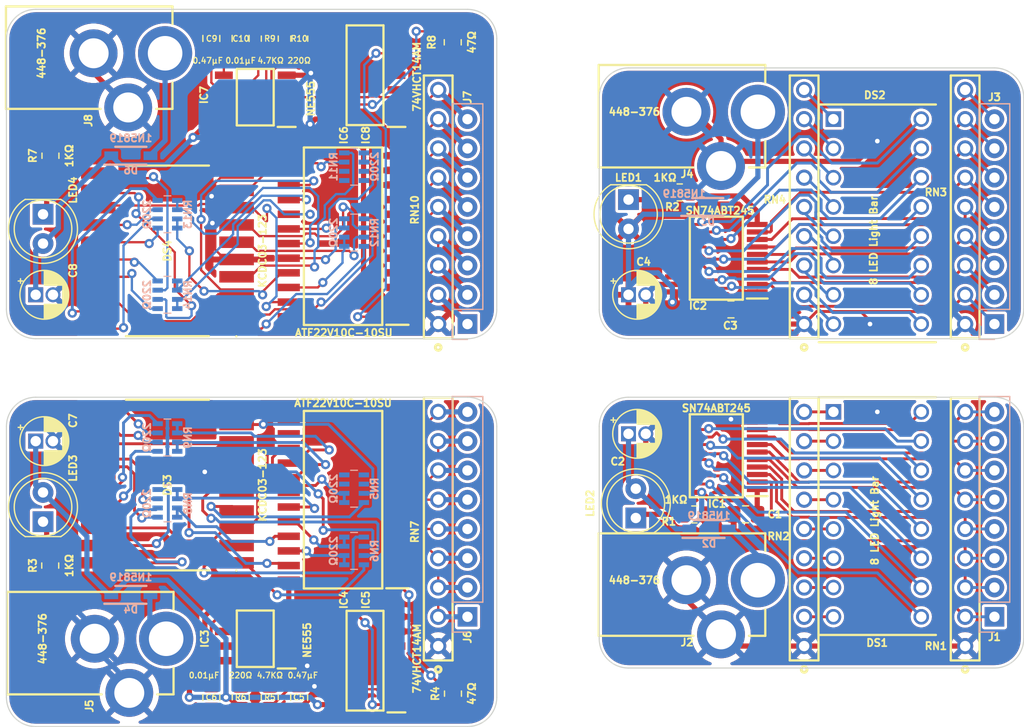
<source format=kicad_pcb>
(kicad_pcb (version 20211014) (generator pcbnew)
  (layers (0 "F.Cu" signal) (31 "B.Cu" signal) (36 "B.SilkS" user "B.Silkscreen") (37 "F.SilkS" user "F.Silkscreen") (38 "B.Mask" user) (39 "F.Mask" user) (44 "Edge.Cuts" user))
  (net 0 "")
  (net 1 "Net-(DS1-Pad1)")
  (net 2 "Net-(DS1-Pad2)")
  (net 3 "Net-(DS1-Pad3)")
  (net 4 "Net-(DS1-Pad4)")
  (net 5 "Net-(DS1-Pad5)")
  (net 6 "Net-(DS1-Pad6)")
  (net 7 "Net-(DS1-Pad7)")
  (net 8 "Net-(DS1-Pad8)")
  (net 9 "Net-(DS1-Pad13)")
  (net 10 "Net-(DS1-Pad14)")
  (net 11 "Net-(DS1-Pad15)")
  (net 12 "Net-(DS1-Pad16)")
  (net 13 "Net-(DS1-Pad9)")
  (net 14 "Net-(DS1-Pad10)")
  (net 15 "Net-(DS1-Pad11)")
  (net 16 "Net-(DS1-Pad12)")
  (net 17 "/Left Handed Bus 7-Segment/Cathode Right")
  (net 18 "/Left Handed Bus 7-Segment/Cathode Left")
  (net 19 "Net-(LED2-Pad1)")
  (net 20 "Net-(DS2-Pad1)")
  (net 21 "Net-(DS2-Pad2)")
  (net 22 "Net-(DS2-Pad3)")
  (net 23 "Net-(DS2-Pad4)")
  (net 24 "Net-(DS2-Pad5)")
  (net 25 "Net-(DS2-Pad6)")
  (net 26 "Net-(DS2-Pad7)")
  (net 27 "Net-(DS2-Pad8)")
  (net 28 "Net-(DS2-Pad9)")
  (net 29 "Net-(DS2-Pad10)")
  (net 30 "Net-(DS2-Pad11)")
  (net 31 "Net-(DS2-Pad12)")
  (net 32 "Net-(DS2-Pad13)")
  (net 33 "Net-(DS2-Pad14)")
  (net 34 "Net-(DS2-Pad15)")
  (net 35 "Net-(DS2-Pad16)")
  (net 36 "Net-(LED3-Pad1)")
  (net 37 "Net-(IC3-Pad3)")
  (net 38 "Net-(IC3-Pad7)")
  (net 39 "/Left Handed Bus 7-Segment/Clock")
  (net 40 "Net-(IC5-Pad3)")
  (net 41 "/Left Handed Bus 7-Segment/AA")
  (net 42 "/Left Handed Bus 7-Segment/AB")
  (net 43 "/Left Handed Bus 7-Segment/AC")
  (net 44 "/Left Handed Bus 7-Segment/AD")
  (net 45 "/Left Handed Bus 7-Segment/B Seg")
  (net 46 "/Left Handed Bus 7-Segment/A Seg")
  (net 47 "/Left Handed Bus 7-Segment/C Seg")
  (net 48 "/Left Handed Bus 7-Segment/F Seg")
  (net 49 "/Left Handed Bus 7-Segment/D Seg")
  (net 50 "/Left Handed Bus 7-Segment/G Seg")
  (net 51 "/Left Handed Bus 7-Segment/E Seg")
  (net 52 "/Left Handed Bus 7-Segment/BA")
  (net 53 "/Left Handed Bus 7-Segment/BB")
  (net 54 "/Left Handed Bus 7-Segment/BC")
  (net 55 "/Left Handed Bus 7-Segment/BD")
  (net 57 "Net-(IC5-Pad11)")
  (net 58 "/Right Handed Bus 7-Segment/AA")
  (net 59 "/Right Handed Bus 7-Segment/AB")
  (net 60 "Net-(LED4-Pad1)")
  (net 61 "/Right Handed Bus 7-Segment/AC")
  (net 62 "/Right Handed Bus 7-Segment/AD")
  (net 63 "/Right Handed Bus 7-Segment/Cathode Left")
  (net 64 "/Right Handed Bus 7-Segment/BA")
  (net 65 "/Right Handed Bus 7-Segment/BB")
  (net 66 "/Right Handed Bus 7-Segment/BC")
  (net 67 "/Right Handed Bus 7-Segment/Cathode Right")
  (net 68 "/Right Handed Bus 7-Segment/BD")
  (net 69 "/Right Handed Bus 7-Segment/Clock")
  (net 70 "Net-(IC8-Pad3)")
  (net 71 "Net-(IC8-Pad11)")
  (net 72 "/Left Handed Bus 7-Segment/GND")
  (net 73 "/Left Handed Bus 7-Segment/5V")
  (net 74 "/Right Handed Bus 7-Segment/5V")
  (net 75 "/Right Handed Bus 7-Segment/GND")
  (net 77 "/Right Handed Bus 7-Segment/B Seg")
  (net 78 "/Right Handed Bus 7-Segment/A Seg")
  (net 79 "/Right Handed Bus 7-Segment/C Seg")
  (net 80 "/Right Handed Bus 7-Segment/F Seg")
  (net 81 "/Right Handed Bus 7-Segment/D Seg")
  (net 82 "/Right Handed Bus 7-Segment/G Seg")
  (net 83 "/Right Handed Bus 7-Segment/E Seg")
  (net 84 "Net-(IC7-Pad3)")
  (net 85 "Net-(IC7-Pad7)")
  (net 86 "Net-(DS3-Pad1)")
  (net 87 "Net-(DS3-Pad2)")
  (net 88 "Net-(DS3-Pad4)")
  (net 89 "Net-(DS3-Pad6)")
  (net 90 "Net-(DS3-Pad7)")
  (net 91 "Net-(DS3-Pad9)")
  (net 92 "Net-(DS3-Pad11)")
  (net 93 "Net-(DS3-Pad12)")
  (net 94 "Net-(DS3-Pad14)")
  (net 95 "Net-(DS3-Pad15)")
  (net 96 "Net-(DS3-Pad16)")
  (net 97 "Net-(DS3-Pad17)")
  (net 98 "Net-(DS3-Pad19)")
  (net 99 "Net-(DS3-Pad20)")
  (net 100 "Net-(DS4-Pad1)")
  (net 101 "Net-(DS4-Pad2)")
  (net 102 "Net-(DS4-Pad4)")
  (net 103 "Net-(DS4-Pad6)")
  (net 104 "Net-(DS4-Pad7)")
  (net 105 "Net-(DS4-Pad9)")
  (net 106 "Net-(DS4-Pad11)")
  (net 107 "Net-(DS4-Pad12)")
  (net 108 "Net-(DS4-Pad14)")
  (net 109 "Net-(DS4-Pad15)")
  (net 110 "Net-(DS4-Pad16)")
  (net 111 "Net-(DS4-Pad17)")
  (net 112 "Net-(DS4-Pad19)")
  (net 113 "Net-(DS4-Pad20)")
  (net 114 "Net-(IC5-Pad13)")
  (net 115 "Net-(IC8-Pad13)")
  (net 116 "Net-(LED1-Pad1)")
  (net 117 "/Left Handed Bus LED/GND")
  (net 118 "/Left Handed Bus LED/5V")
  (net 119 "/Right Handed Bus LED/GND")
  (net 120 "/Right Handed Bus LED/5V")
  (net 127 "Net-(D2-Pad2)")
  (net 128 "Net-(D3-Pad2)")
  (net 129 "Net-(D4-Pad2)")
  (net 130 "Net-(D6-Pad2)")
  (net 131 "Net-(IC1-Pad2)")
  (net 132 "Net-(IC1-Pad3)")
  (net 133 "Net-(IC1-Pad4)")
  (net 134 "Net-(IC1-Pad5)")
  (net 135 "Net-(IC1-Pad6)")
  (net 136 "Net-(IC1-Pad7)")
  (net 137 "Net-(IC1-Pad8)")
  (net 138 "Net-(IC1-Pad9)")
  (net 139 "Net-(IC2-Pad2)")
  (net 140 "Net-(IC2-Pad3)")
  (net 141 "Net-(IC2-Pad4)")
  (net 142 "Net-(IC2-Pad5)")
  (net 143 "Net-(IC2-Pad6)")
  (net 144 "Net-(IC2-Pad7)")
  (net 145 "Net-(IC2-Pad8)")
  (net 146 "Net-(IC2-Pad9)")
  (net 147 "Net-(C5-Pad1)")
  (net 148 "Net-(C6-Pad1)")
  (net 149 "Net-(C9-Pad1)")
  (net 150 "Net-(C10-Pad1)")
  (footprint "SamacSys_Parts:SOIC127P600X175-14N" (layer "F.Cu") (at 45.974 24.638 180)
    (fp_text reference "IC8")
    (fp_text value "74VHCT14AM")
  )
  (footprint "SamacSys_Parts:SOIC127P1032X265-24N" (layer "F.Cu") (at 44.069 38.608 180)
    (fp_text reference "IC6")
    (fp_text value "ATF22V10C-10SU")
  )
  (footprint "SamacSys_Parts:R_0805" (layer "F.Cu") (at 35.179 78.613 180)
    (fp_text reference "R6")
    (fp_text value "R_0805" hide)
  )
  (footprint "SamacSys_Parts:4609X" (layer "F.Cu") (at 98.044 64.008 90)
    (fp_text reference "RN1")
    (fp_text value "4609X-101-105LF" hide)
  )
  (footprint "Capacitor_THT:CP_Radial_D4.0mm_P1.50mm" (layer "F.Cu") (at 17.399 56.388)
    (fp_text reference "C7")
    (fp_text value "C_Polarized" hide)
  )
  (footprint "Capacitor_SMD:C_0805_2012Metric_Pad1.18x1.45mm_HandSolder" (layer "F.Cu") (at 77.724 44.958)
    (fp_text reference "C3")
    (fp_text value "C_Small")
  )
  (footprint "SamacSys_Parts:SOIC127P600X175-8N" (layer "F.Cu") (at 36.449 73.533 180)
    (fp_text reference "IC3")
    (fp_text value "NE555DRG4" hide)
  )
  (footprint "SamacSys_Parts:448376" (layer "F.Cu") (at 17.399 22.733 180)
    (fp_text reference "J8")
    (fp_text value "448-376")
  )
  (footprint "SamacSys_Parts:C_0805" (layer "F.Cu") (at 35.179 21.463)
    (fp_text reference "C10")
    (fp_text value "C_0805" hide)
  )
  (footprint "SamacSys_Parts:R_0805" (layer "F.Cu") (at 37.719 78.613)
    (fp_text reference "R5")
    (fp_text value "R_0805" hide)
  )
  (footprint "SamacSys_Parts:SOP65P780X200-20N" (layer "F.Cu") (at 76.454 40.513 180)
    (fp_text reference "IC2")
    (fp_text value "SN74ABT245")
  )
  (footprint "SamacSys_Parts:R_0805" (layer "F.Cu") (at 53.594 21.7805)
    (fp_text reference "R8")
    (fp_text value "R_0805" hide)
  )
  (footprint "SamacSys_Parts:C_0805" (layer "F.Cu") (at 32.639 21.463)
    (fp_text reference "C9")
    (fp_text value "C_0805" hide)
  )
  (footprint "SamacSys_Parts:R_0805" (layer "F.Cu") (at 74.549 62.738 90)
    (fp_text reference "R1")
    (fp_text value "R_0805" hide)
  )
  (footprint "SamacSys_Parts:448376" (layer "F.Cu") (at 68.834 27.813 180)
    (fp_text reference "J4")
    (fp_text value "448-376")
  )
  (footprint "SamacSys_Parts:LED_D5.0mm" (layer "F.Cu") (at 68.834 35.433 -90)
    (fp_text reference "LED1")
    (fp_text value "LED_Small_Filled")
  )
  (footprint "SamacSys_Parts:R_0805" (layer "F.Cu") (at 73.279 34.798 90)
    (fp_text reference "R2")
    (fp_text value "R_0805" hide)
  )
  (footprint "SamacSys_Parts:C_0805" (layer "F.Cu") (at 40.259 78.613 180)
    (fp_text reference "C5")
    (fp_text value "C_0805" hide)
  )
  (footprint "SamacSys_Parts:KCDC03123" (layer "F.Cu") (at 28.829 60.198 90)
    (fp_text reference "DS3")
    (fp_text value "KCDC03-123")
  )
  (footprint "SamacSys_Parts:4609X" (layer "F.Cu") (at 52.324 64.008 90)
    (fp_text reference "RN7")
    (fp_text value "4609X-101-105LF" hide)
  )
  (footprint "SamacSys_Parts:R_0805" (layer "F.Cu") (at 18.669 31.623 180)
    (fp_text reference "R7")
    (fp_text value "R_0805" hide)
  )
  (footprint "SamacSys_Parts:4609X" (layer "F.Cu") (at 52.324 36.068 90)
    (fp_text reference "RN10")
    (fp_text value "4609X-101-105LF" hide)
  )
  (footprint "SamacSys_Parts:C_0805" (layer "F.Cu") (at 32.639 78.613 180)
    (fp_text reference "C6")
    (fp_text value "C_0805" hide)
  )
  (footprint "SamacSys_Parts:DIP8LEDBAR" (layer "F.Cu") (at 86.614 28.448)
    (fp_text reference "DS2")
    (fp_text value "8 LED Light Bar")
  )
  (footprint "SamacSys_Parts:LED_D5.0mm" (layer "F.Cu") (at 69.469 63.0555 90)
    (fp_text reference "LED2")
    (fp_text value "LED_Small_Filled")
  )
  (footprint "SamacSys_Parts:448376" (layer "F.Cu") (at 17.4912 73.533 180)
    (fp_text reference "J5")
    (fp_text value "448-376")
  )
  (footprint "SamacSys_Parts:SOP65P780X200-20N" (layer "F.Cu") (at 76.454 57.658 180)
    (fp_text reference "IC1")
    (fp_text value "SN74ABT245")
  )
  (footprint "Capacitor_SMD:C_0805_2012Metric_Pad1.18x1.45mm_HandSolder" (layer "F.Cu") (at 78.994 62.738)
    (fp_text reference "C1")
    (fp_text value "C_Small")
  )
  (footprint "SamacSys_Parts:4609X" (layer "F.Cu") (at 84.074 64.008 90)
    (fp_text reference "RN2")
    (fp_text value "4609X-101-102LF" hide)
  )
  (footprint "SamacSys_Parts:SOIC127P600X175-14N" (layer "F.Cu") (at 45.974 75.438 180)
    (fp_text reference "IC5")
    (fp_text value "74VHCT14AM")
  )
  (footprint "SamacSys_Parts:DIP8LEDBAR" (layer "F.Cu") (at 86.616 53.848)
    (fp_text reference "DS1")
    (fp_text value "8 LED Light Bar")
  )
  (footprint "Capacitor_THT:CP_Radial_D4.0mm_P1.50mm" (layer "F.Cu") (at 68.834 55.753)
    (fp_text reference "C2")
    (fp_text value "C_Polarized" hide)
  )
  (footprint "SamacSys_Parts:448376" (layer "F.Cu") (at 68.834 68.453 180)
    (fp_text reference "J2")
    (fp_text value "448-376")
  )
  (footprint "SamacSys_Parts:R_0805" (layer "F.Cu") (at 40.259 21.463 180)
    (fp_text reference "R10")
    (fp_text value "R_0805" hide)
  )
  (footprint "Capacitor_THT:CP_Radial_D4.0mm_P1.50mm" (layer "F.Cu") (at 17.399 43.688)
    (fp_text reference "C8")
    (fp_text value "C_Polarized")
  )
  (footprint "SamacSys_Parts:4609X" (layer "F.Cu") (at 98.044 36.068 90)
    (fp_text reference "RN3")
    (fp_text value "4609X-101-105LF" hide)
  )
  (footprint "SamacSys_Parts:SOIC127P1032X265-24N" (layer "F.Cu") (at 44.069 61.468 180)
    (fp_text reference "IC4")
    (fp_text value "ATF22V10C-10SU")
  )
  (footprint "Capacitor_THT:CP_Radial_D4.0mm_P1.50mm" (layer "F.Cu") (at 68.834 43.688)
    (fp_text reference "C4")
    (fp_text value "C_Polarized" hide)
  )
  (footprint "SamacSys_Parts:LED_D5.0mm" (layer "F.Cu") (at 18.034 36.703 -90)
    (fp_text reference "LED4")
    (fp_text value "LED_Small_Filled")
  )
  (footprint "SamacSys_Parts:R_0805" (layer "F.Cu") (at 37.719 21.463)
    (fp_text reference "R9")
    (fp_text value "R_0805" hide)
  )
  (footprint "SamacSys_Parts:SOIC127P600X175-8N" (layer "F.Cu") (at 36.449 26.543 180)
    (fp_text reference "IC7")
    (fp_text value "NE555DRG4" hide)
  )
  (footprint "SamacSys_Parts:R_0805" (layer "F.Cu") (at 18.669 67.183)
    (fp_text reference "R3")
    (fp_text value "R_0805" hide)
  )
  (footprint "SamacSys_Parts:R_0805" (layer "F.Cu") (at 53.594 78.2955 180)
    (fp_text reference "R4")
    (fp_text value "R_0805" hide)
  )
  (footprint "SamacSys_Parts:LED_D5.0mm" (layer "F.Cu") (at 18.034 63.378 90)
    (fp_text reference "LED3")
    (fp_text value "LED_Small_Filled")
  )
  (footprint "SamacSys_Parts:4609X" (layer "F.Cu") (at 84.074 36.068 90)
    (fp_text reference "RN4")
    (fp_text value "4609X-101-102LF" hide)
  )
  (footprint "SamacSys_Parts:KCDC03123" (layer "F.Cu") (at 28.829 39.878 90)
    (fp_text reference "DS4")
    (fp_text value "KCDC03-123")
  )
  (footprint "SamacSys_Parts:SOD3716X145N" (layer "B.Cu") (at 25.654 31.623)
    (fp_text reference "D6")
    (fp_text value "1N5819HW-7-F" hide)
  )
  (footprint "SamacSys_Parts:CAY1647R0F4LF" (layer "B.Cu") (at 28.829 61.7855 90)
    (fp_text reference "RN8")
    (fp_text value "CAY16-221J4LF" hide)
  )
  (footprint "Connector_PinHeader_2.54mm:PinHeader_1x08_P2.54mm_Vertical" (layer "B.Cu") (at 100.584 71.628)
    (fp_text reference "J1")
    (fp_text value "Conn_01x08_Male")
  )
  (footprint "SamacSys_Parts:CAY1647R0F4LF" (layer "B.Cu") (at 45.0215 38.2905 90)
    (fp_text reference "RN12")
    (fp_text value "CAY16-221J4LF" hide)
  )
  (footprint "SamacSys_Parts:SOD3716X145N" (layer "B.Cu") (at 75.7065 36.068)
    (fp_text reference "D3")
    (fp_text value "1N5819HW-7-F" hide)
  )
  (footprint "SamacSys_Parts:CAY1647R0F4LF" (layer "B.Cu") (at 28.829 43.688 90)
    (fp_text reference "RN14")
    (fp_text value "CAY16-221J4LF" hide)
  )
  (footprint "Connector_PinHeader_2.54mm:PinHeader_1x08_P2.54mm_Vertical" (layer "B.Cu") (at 54.864 46.228)
    (fp_text reference "J7")
    (fp_text value "Conn_01x08_Male")
  )
  (footprint "Connector_PinHeader_2.54mm:PinHeader_1x08_P2.54mm_Vertical" (layer "B.Cu") (at 54.864 71.628)
    (fp_text reference "J6")
    (fp_text value "Conn_01x08_Male")
  )
  (footprint "SamacSys_Parts:SOD3716X145N" (layer "B.Cu") (at 25.654 69.723)
    (fp_text reference "D4")
    (fp_text value "1N5819HW-7-F" hide)
  )
  (footprint "SamacSys_Parts:CAY1647R0F4LF" (layer "B.Cu") (at 45.0215 65.913 90)
    (fp_text reference "RN6")
    (fp_text value "CAY16-221J4LF" hide)
  )
  (footprint "SamacSys_Parts:CAY1647R0F4LF" (layer "B.Cu") (at 45.0215 60.5155 90)
    (fp_text reference "RN5")
    (fp_text value "CAY16-221J4LF" hide)
  )
  (footprint "SamacSys_Parts:SOD3716X145N" (layer "B.Cu") (at 75.819 64.008)
    (fp_text reference "D2")
    (fp_text value "1N5819HW-7-F" hide)
  )
  (footprint "Connector_PinHeader_2.54mm:PinHeader_1x08_P2.54mm_Vertical" (layer "B.Cu") (at 100.584 46.228)
    (fp_text reference "J3")
    (fp_text value "Conn_01x08_Male")
  )
  (footprint "SamacSys_Parts:CAY1647R0F4LF" (layer "B.Cu") (at 45.0215 32.5755 -90)
    (fp_text reference "RN11")
    (fp_text value "CAY16-221J4LF" hide)
  )
  (footprint "SamacSys_Parts:CAY1647R0F4LF" (layer "B.Cu") (at 28.829 36.703 90)
    (fp_text reference "RN13")
    (fp_text value "CAY16-221J4LF" hide)
  )
  (footprint "SamacSys_Parts:CAY1647R0F4LF" (layer "B.Cu") (at 28.829 56.0705 90)
    (fp_text reference "RN9")
    (fp_text value "CAY16-221J4LF" hide)
  )
  (gr_arc (start 68.834 47.498) (mid 67.037949 46.754051) (end 66.294 44.958) (layer "Edge.Cuts") (width 0.1))
  (gr_line (start 14.859 55.118) (end 14.859 78.613) (layer "Edge.Cuts") (width 0.1))
  (gr_line (start 54.864 52.578) (end 17.399 52.578) (layer "Edge.Cuts") (width 0.1))
  (gr_arc (start 57.404 44.958) (mid 56.660051 46.754051) (end 54.864 47.498) (layer "Edge.Cuts") (width 0.1))
  (gr_line (start 100.584 24.003) (end 68.834 24.003) (layer "Edge.Cuts") (width 0.1))
  (gr_arc (start 66.294 26.543) (mid 67.037949 24.746949) (end 68.834 24.003) (layer "Edge.Cuts") (width 0.1))
  (gr_line (start 57.404 44.958) (end 57.404 21.463) (layer "Edge.Cuts") (width 0.1))
  (gr_arc (start 14.859 55.118) (mid 15.602949 53.321949) (end 17.399 52.578) (layer "Edge.Cuts") (width 0.1))
  (gr_line (start 14.859 21.463) (end 14.859 44.958) (layer "Edge.Cuts") (width 0.1))
  (gr_arc (start 54.864 18.923) (mid 56.660051 19.666949) (end 57.404 21.463) (layer "Edge.Cuts") (width 0.1))
  (gr_arc (start 14.859 21.463) (mid 15.602949 19.666949) (end 17.399 18.923) (layer "Edge.Cuts") (width 0.1))
  (gr_arc (start 57.404 78.613) (mid 56.660051 80.409051) (end 54.864 81.153) (layer "Edge.Cuts") (width 0.1))
  (gr_line (start 68.834 76.073) (end 100.584 76.073) (layer "Edge.Cuts") (width 0.1))
  (gr_line (start 100.584 52.578) (end 68.834 52.578) (layer "Edge.Cuts") (width 0.1))
  (gr_line (start 17.399 81.153) (end 54.864 81.153) (layer "Edge.Cuts") (width 0.1))
  (gr_line (start 103.124 73.533) (end 103.124 55.118) (layer "Edge.Cuts") (width 0.1))
  (gr_line (start 103.124 44.958) (end 103.124 26.543) (layer "Edge.Cuts") (width 0.1))
  (gr_arc (start 100.584 24.003) (mid 102.380051 24.746949) (end 103.124 26.543) (layer "Edge.Cuts") (width 0.1))
  (gr_arc (start 66.294 55.118) (mid 67.037949 53.321949) (end 68.834 52.578) (layer "Edge.Cuts") (width 0.1))
  (gr_arc (start 103.124 73.533) (mid 102.380051 75.329051) (end 100.584 76.073) (layer "Edge.Cuts") (width 0.1))
  (gr_arc (start 17.399 47.498) (mid 15.602919 46.754081) (end 14.859 44.958) (layer "Edge.Cuts") (width 0.1))
  (gr_line (start 68.834 47.498) (end 100.584 47.498) (layer "Edge.Cuts") (width 0.1))
  (gr_arc (start 54.864 52.578) (mid 56.660051 53.321949) (end 57.404 55.118) (layer "Edge.Cuts") (width 0.1))
  (gr_arc (start 68.834 76.073) (mid 67.037949 75.329051) (end 66.294 73.533) (layer "Edge.Cuts") (width 0.1))
  (gr_arc (start 103.124 44.958) (mid 102.380051 46.754051) (end 100.584 47.498) (layer "Edge.Cuts") (width 0.1))
  (gr_line (start 54.864 18.923) (end 17.399 18.923) (layer "Edge.Cuts") (width 0.1))
  (gr_line (start 57.404 78.613) (end 57.404 55.118) (layer "Edge.Cuts") (width 0.1))
  (gr_line (start 66.294 55.118) (end 66.294 73.533) (layer "Edge.Cuts") (width 0.1))
  (gr_arc (start 100.584 52.578) (mid 102.380051 53.321949) (end 103.124 55.118) (layer "Edge.Cuts") (width 0.1))
  (gr_line (start 17.399 47.498) (end 54.864 47.498) (layer "Edge.Cuts") (width 0.1))
  (gr_arc (start 17.399 81.153) (mid 15.602949 80.409051) (end 14.859 78.613) (layer "Edge.Cuts") (width 0.1))
  (gr_line (start 66.294 26.543) (end 66.294 44.958) (layer "Edge.Cuts") (width 0.1))
  (segment (start 84.074 53.848) (end 86.616 53.848) (width 0.25) (layer "F.Cu") (net 1))
  (segment (start 86.616 56.388) (end 84.074 56.388) (width 0.25) (layer "F.Cu") (net 2))
  (segment (start 84.074 58.928) (end 86.616 58.928) (width 0.25) (layer "F.Cu") (net 3))
  (segment (start 86.616 61.468) (end 84.074 61.468) (width 0.25) (layer "F.Cu") (net 4))
  (segment (start 84.074 64.008) (end 86.616 64.008) (width 0.25) (layer "F.Cu") (net 5))
  (segment (start 86.616 66.548) (end 84.074 66.548) (width 0.25) (layer "F.Cu") (net 6))
  (segment (start 84.074 69.088) (end 86.616 69.088) (width 0.25) (layer "F.Cu") (net 7))
  (segment (start 86.616 71.628) (end 84.074 71.628) (width 0.25) (layer "F.Cu") (net 8))
  (segment (start 72.904 56.683) (end 75.872628 56.683) (width 0.25) (layer "F.Cu") (net 9))
  (segment (start 75.872628 56.683) (end 75.946129 56.756501) (width 0.25) (layer "F.Cu") (net 9))
  (via (at 75.946129 56.756501) (size 0.8) (drill 0.4) (layers "F.Cu" "B.Cu") (net 9))
  (segment (start 90.630021 57.862021) (end 78.317621 57.862021) (width 0.25) (layer "B.Cu") (net 9))
  (segment (start 78.317621 57.862021) (end 77.389099 56.933499) (width 0.25) (layer "B.Cu") (net 9))
  (segment (start 76.123127 56.933499) (end 75.946129 56.756501) (width 0.25) (layer "B.Cu") (net 9))
  (segment (start 94.236 61.468) (end 90.630021 57.862021) (width 0.25) (layer "B.Cu") (net 9))
  (segment (start 77.389099 56.933499) (end 76.123127 56.933499) (width 0.25) (layer "B.Cu") (net 9))
  (segment (start 76.462128 55.663499) (end 76.494382 55.663499) (width 0.25) (layer "F.Cu") (net 10))
  (segment (start 74.054 56.033) (end 74.055392 56.031608) (width 0.25) (layer "F.Cu") (net 10))
  (segment (start 75.493035 56.031608) (end 75.493428 56.032001) (width 0.25) (layer "F.Cu") (net 10))
  (segment (start 76.494382 55.663499) (end 77.039882 56.208999) (width 0.25) (layer "F.Cu") (net 10))
  (segment (start 76.093626 56.032001) (end 76.462128 55.663499) (width 0.25) (layer "F.Cu") (net 10))
  (segment (start 74.055392 56.031608) (end 75.493035 56.031608) (width 0.25) (layer "F.Cu") (net 10))
  (segment (start 75.493428 56.032001) (end 76.093626 56.032001) (width 0.25) (layer "F.Cu") (net 10))
  (segment (start 72.904 56.033) (end 74.054 56.033) (width 0.25) (layer "F.Cu") (net 10))
  (via (at 77.039882 56.208999) (size 0.8) (drill 0.4) (layers "F.Cu" "B.Cu") (net 10))
  (segment (start 82.05931 56.208999) (end 77.039882 56.208999) (width 0.25) (layer "B.Cu") (net 10))
  (segment (start 94.236 58.928) (end 92.720511 57.412511) (width 0.25) (layer "B.Cu") (net 10))
  (segment (start 83.262822 57.412511) (end 82.05931 56.208999) (width 0.25) (layer "B.Cu") (net 10))
  (segment (start 92.720511 57.412511) (end 83.262822 57.412511) (width 0.25) (layer "B.Cu") (net 10))
  (segment (start 75.718027 55.383) (end 75.793527 55.3075) (width 0.25) (layer "F.Cu") (net 11))
  (segment (start 72.904 55.383) (end 75.718027 55.383) (width 0.25) (layer "F.Cu") (net 11))
  (via (at 75.793527 55.3075) (size 0.8) (drill 0.4) (layers "F.Cu" "B.Cu") (net 11))
  (segment (start 94.236 56.388) (end 92.186875 56.388) (width 0.25) (layer "B.Cu") (net 11))
  (segment (start 92.186875 56.388) (end 91.106375 55.3075) (width 0.25) (layer "B.Cu") (net 11))
  (segment (start 91.106375 55.3075) (end 75.793527 55.3075) (width 0.25) (layer "B.Cu") (net 11))
  (segment (start 84.515867 54.855011) (end 84.498367 54.872511) (width 0.25) (layer "F.Cu") (net 12))
  (segment (start 84.498367 54.872511) (end 81.917533 54.872511) (width 0.25) (layer "F.Cu") (net 12))
  (segment (start 93.228989 54.855011) (end 84.515867 54.855011) (width 0.25) (layer "F.Cu") (net 12))
  (segment (start 80.803521 53.758499) (end 73.878501 53.758499) (width 0.25) (layer "F.Cu") (net 12))
  (segment (start 81.917533 54.872511) (end 80.803521 53.758499) (width 0.25) (layer "F.Cu") (net 12))
  (segment (start 94.236 53.848) (end 93.228989 54.855011) (width 0.25) (layer "F.Cu") (net 12))
  (segment (start 73.878501 53.758499) (end 72.904 54.733) (width 0.25) (layer "F.Cu") (net 12))
  (segment (start 74.058402 59.283) (end 74.883901 60.108499) (width 0.25) (layer "F.Cu") (net 13))
  (segment (start 75.873009 60.108499) (end 75.890755 60.126245) (width 0.25) (layer "F.Cu") (net 13))
  (segment (start 72.904 59.283) (end 74.058402 59.283) (width 0.25) (layer "F.Cu") (net 13))
  (segment (start 74.883901 60.108499) (end 75.873009 60.108499) (width 0.25) (layer "F.Cu") (net 13))
  (via (at 75.890755 60.126245) (size 0.8) (drill 0.4) (layers "F.Cu" "B.Cu") (net 13))
  (segment (start 90.424 67.816) (end 83.58051 67.816) (width 0.25) (layer "B.Cu") (net 13))
  (segment (start 83.58051 67.816) (end 75.890755 60.126245) (width 0.25) (layer "B.Cu") (net 13))
  (segment (start 94.236 71.628) (end 90.424 67.816) (width 0.25) (layer "B.Cu") (net 13))
  (segment (start 74.822744 59.401744) (end 74.054 58.633) (width 0.25) (layer "F.Cu") (net 14))
  (segment (start 76.927744 59.401744) (end 74.822744 59.401744) (width 0.25) (layer "F.Cu") (net 14))
  (segment (start 74.054 58.633) (end 72.904 58.633) (width 0.25) (layer "F.Cu") (net 14))
  (segment (start 77.089 59.563) (end 76.927744 59.401744) (width 0.25) (layer "F.Cu") (net 14))
  (via (at 77.089 59.563) (size 0.8) (drill 0.4) (layers "F.Cu" "B.Cu") (net 14))
  (segment (start 94.234 69.088) (end 87.697478 62.551478) (width 0.25) (layer "B.Cu") (net 14))
  (segment (start 87.697478 62.551478) (end 80.077478 62.551478) (width 0.25) (layer "B.Cu") (net 14))
  (segment (start 80.077478 62.551478) (end 77.089 59.563) (width 0.25) (layer "B.Cu") (net 14))
  (segment (start 75.509 57.983) (end 75.819 58.293) (width 0.25) (layer "F.Cu") (net 15))
  (segment (start 72.904 57.983) (end 75.509 57.983) (width 0.25) (layer "F.Cu") (net 15))
  (via (at 75.819 58.293) (size 0.8) (drill 0.4) (layers "F.Cu" "B.Cu") (net 15))
  (segment (start 88.090021 60.402021) (end 78.952621 60.402021) (width 0.25) (layer "B.Cu") (net 15))
  (segment (start 78.952621 60.402021) (end 77.389099 58.838499) (width 0.25) (layer "B.Cu") (net 15))
  (segment (start 77.389099 58.838499) (end 76.364499 58.838499) (width 0.25) (layer "B.Cu") (net 15))
  (segment (start 94.236 66.548) (end 88.090021 60.402021) (width 0.25) (layer "B.Cu") (net 15))
  (segment (start 76.364499 58.838499) (end 75.819 58.293) (width 0.25) (layer "B.Cu") (net 15))
  (segment (start 72.904 57.333) (end 75.498028 57.333) (width 0.25) (layer "F.Cu") (net 16))
  (segment (start 76.912002 57.481002) (end 77.089 57.658) (width 0.25) (layer "F.Cu") (net 16))
  (segment (start 75.498028 57.333) (end 75.64603 57.481002) (width 0.25) (layer "F.Cu") (net 16))
  (segment (start 75.64603 57.481002) (end 76.912002 57.481002) (width 0.25) (layer "F.Cu") (net 16))
  (via (at 77.089 57.658) (size 0.8) (drill 0.4) (layers "F.Cu" "B.Cu") (net 16))
  (segment (start 84.498367 59.952511) (end 79.383511 59.952511) (width 0.25) (layer "B.Cu") (net 16))
  (segment (start 90.163011 59.935011) (end 84.515867 59.935011) (width 0.25) (layer "B.Cu") (net 16))
  (segment (start 84.515867 59.935011) (end 84.498367 59.952511) (width 0.25) (layer "B.Cu") (net 16))
  (segment (start 94.236 64.008) (end 90.163011 59.935011) (width 0.25) (layer "B.Cu") (net 16))
  (segment (start 79.383511 59.952511) (end 77.089 57.658) (width 0.25) (layer "B.Cu") (net 16))
  (segment (start 34.543128 56.613872) (end 23.114872 56.613872) (width 0.25) (layer "F.Cu") (net 17))
  (segment (start 33.6499 56.448) (end 30.703043 59.394857) (width 0.25) (layer "F.Cu") (net 17))
  (segment (start 38.7195 67.183) (end 38.529 66.9925) (width 0.25) (layer "F.Cu") (net 17))
  (segment (start 30.703043 59.394857) (end 30.703043 64.3255) (width 0.25) (layer "F.Cu") (net 17))
  (segment (start 33.829 56.448) (end 33.6499 56.448) (width 0.25) (layer "F.Cu") (net 17))
  (segment (start 38.529 66.9925) (end 37.465 66.9925) (width 0.25) (layer "F.Cu") (net 17))
  (via (at 37.465 66.9925) (size 0.8) (drill 0.4) (layers "F.Cu" "B.Cu") (net 17))
  (via (at 30.703043 64.3255) (size 0.8) (drill 0.4) (layers "F.Cu" "B.Cu") (net 17))
  (segment (start 35.64325 66.9925) (end 37.465 66.9925) (width 0.25) (layer "B.Cu") (net 17))
  (segment (start 32.97625 64.3255) (end 35.64325 66.9925) (width 0.25) (layer "B.Cu") (net 17))
  (segment (start 30.703043 64.3255) (end 32.97625 64.3255) (width 0.25) (layer "B.Cu") (net 17))
  (segment (start 32.726999 65.050001) (end 29.943101 65.050001) (width 0.25) (layer "F.Cu") (net 18))
  (segment (start 35.829 63.948) (end 36.653511 63.123489) (width 0.25) (layer "F.Cu") (net 18))
  (segment (start 37.940512 59.472192) (end 37.940512 57.826988) (width 0.25) (layer "F.Cu") (net 18))
  (segment (start 33.829 63.948) (end 32.726999 65.050001) (width 0.25) (layer "F.Cu") (net 18))
  (segment (start 36.653511 63.123489) (end 36.653511 60.759193) (width 0.25) (layer "F.Cu") (net 18))
  (segment (start 36.653511 60.759193) (end 37.940512 59.472192) (width 0.25) (layer "F.Cu") (net 18))
  (segment (start 37.940512 57.826988) (end 38.7445 57.023) (width 0.25) (layer "F.Cu") (net 18))
  (segment (start 29.943101 65.050001) (end 28.811599 63.918499) (width 0.25) (layer "F.Cu") (net 18))
  (segment (start 28.811599 63.918499) (end 23.858501 63.918499) (width 0.25) (layer "F.Cu") (net 18))
  (segment (start 73.549 62.738) (end 69.7865 62.738) (width 0.45) (layer "F.Cu") (net 19))
  (segment (start 86.614 28.448) (end 84.074 25.908) (width 0.25) (layer "B.Cu") (net 20))
  (segment (start 86.614 30.988) (end 84.074 28.448) (width 0.25) (layer "B.Cu") (net 21))
  (segment (start 86.614 33.528) (end 84.074 30.988) (width 0.25) (layer "B.Cu") (net 22))
  (segment (start 86.614 35.887714) (end 84.254286 33.528) (width 0.25) (layer "B.Cu") (net 23))
  (segment (start 84.659813 37.133979) (end 84.074 36.548166) (width 0.25) (layer "B.Cu") (net 24))
  (segment (start 84.68456 37.133978) (end 84.659813 37.133979) (width 0.25) (layer "B.Cu") (net 24))
  (segment (start 85.548021 37.997439) (end 84.68456 37.133978) (width 0.25) (layer "B.Cu") (net 24))
  (segment (start 86.133834 38.608) (end 85.548022 38.022188) (width 0.25) (layer "B.Cu") (net 24))
  (segment (start 85.548022 38.022188) (end 85.548021 37.997439) (width 0.25) (layer "B.Cu") (net 24))
  (segment (start 86.614 40.657227) (end 84.564773 38.608) (width 0.25) (layer "B.Cu") (net 25))
  (segment (start 84.659813 42.213979) (end 84.074 41.628166) (width 0.25) (layer "B.Cu") (net 26))
  (segment (start 86.133834 43.688) (end 85.548022 43.102188) (width 0.25) (layer "B.Cu") (net 26))
  (segment (start 84.68456 42.213978) (end 84.659813 42.213979) (width 0.25) (layer "B.Cu") (net 26))
  (segment (start 85.548022 43.102188) (end 85.548021 43.077439) (width 0.25) (layer "B.Cu") (net 26))
  (segment (start 85.548021 43.077439) (end 84.68456 42.213978) (width 0.25) (layer "B.Cu") (net 26))
  (segment (start 86.614 46.228) (end 84.074 43.688) (width 0.25) (layer "B.Cu") (net 27))
  (segment (start 77.60098 43.126198) (end 77.780094 42.947084) (width 0.25) (layer "F.Cu") (net 28))
  (segment (start 72.904 42.138) (end 74.513696 42.138) (width 0.25) (layer "F.Cu") (net 28))
  (segment (start 74.513696 42.138) (end 75.501894 43.126198) (width 0.25) (layer "F.Cu") (net 28))
  (segment (start 75.501894 43.126198) (end 77.60098 43.126198) (width 0.25) (layer "F.Cu") (net 28))
  (via (at 77.780094 42.947084) (size 0.8) (drill 0.4) (layers "F.Cu" "B.Cu") (net 28))
  (segment (start 80.900408 43.053) (end 77.88601 43.053) (width 0.25) (layer "B.Cu") (net 28))
  (segment (start 77.88601 43.053) (end 77.780094 42.947084) (width 0.25) (layer "B.Cu") (net 28))
  (segment (start 85.098511 43.760011) (end 85.098511 43.263633) (width 0.25) (layer "B.Cu") (net 28))
  (segment (start 85.098511 43.263633) (end 84.498367 42.663489) (width 0.25) (layer "B.Cu") (net 28))
  (segment (start 94.234 46.228) (end 93.234489 45.228489) (width 0.25) (layer "B.Cu") (net 28))
  (segment (start 93.234489 45.228489) (end 86.566989 45.228489) (width 0.25) (layer "B.Cu") (net 28))
  (segment (start 84.498367 42.663489) (end 81.289919 42.663489) (width 0.25) (layer "B.Cu") (net 28))
  (segment (start 81.289919 42.663489) (end 80.900408 43.053) (width 0.25) (layer "B.Cu") (net 28))
  (segment (start 86.566989 45.228489) (end 85.098511 43.760011) (width 0.25) (layer "B.Cu") (net 28))
  (segment (start 74.4994 41.488) (end 75.402261 42.390861) (width 0.25) (layer "F.Cu") (net 29))
  (segment (start 75.402261 42.390861) (end 76.94966 42.390861) (width 0.25) (layer "F.Cu") (net 29))
  (segment (start 72.904 41.488) (end 74.4994 41.488) (width 0.25) (layer "F.Cu") (net 29))
  (via (at 76.94966 42.390861) (size 0.8) (drill 0.4) (layers "F.Cu" "B.Cu") (net 29))
  (segment (start 93.23449 42.68849) (end 85.794775 42.688489) (width 0.25) (layer "B.Cu") (net 29))
  (segment (start 77.012022 42.328499) (end 76.94966 42.390861) (width 0.25) (layer "B.Cu") (net 29))
  (segment (start 85.098511 41.992225) (end 85.098511 40.723633) (width 0.25) (layer "B.Cu") (net 29))
  (segment (start 77.479995 42.222583) (end 77.374079 42.328499) (width 0.25) (layer "B.Cu") (net 29))
  (segment (start 83.194215 40.123489) (end 80.989205 42.328499) (width 0.25) (layer "B.Cu") (net 29))
  (segment (start 94.234 43.688) (end 93.23449 42.68849) (width 0.25) (layer "B.Cu") (net 29))
  (segment (start 78.186109 42.328499) (end 78.080193 42.222583) (width 0.25) (layer "B.Cu") (net 29))
  (segment (start 85.098511 40.723633) (end 84.498367 40.123489) (width 0.25) (layer "B.Cu") (net 29))
  (segment (start 80.989205 42.328499) (end 78.186109 42.328499) (width 0.25) (layer "B.Cu") (net 29))
  (segment (start 77.374079 42.328499) (end 77.012022 42.328499) (width 0.25) (layer "B.Cu") (net 29))
  (segment (start 84.498367 40.123489) (end 83.194215 40.123489) (width 0.25) (layer "B.Cu") (net 29))
  (segment (start 85.794775 42.688489) (end 85.098511 41.992225) (width 0.25) (layer "B.Cu") (net 29))
  (segment (start 78.080193 42.222583) (end 77.479995 42.222583) (width 0.25) (layer "B.Cu") (net 29))
  (segment (start 72.904 40.838) (end 74.990639 40.838) (width 0.25) (layer "F.Cu") (net 30))
  (segment (start 74.990639 40.838) (end 75.819 41.666361) (width 0.25) (layer "F.Cu") (net 30))
  (via (at 75.819 41.666361) (size 0.8) (drill 0.4) (layers "F.Cu" "B.Cu") (net 30))
  (segment (start 83.008022 39.673978) (end 81.015639 41.666361) (width 0.25) (layer "B.Cu") (net 30))
  (segment (start 85.548021 40.537439) (end 84.68456 39.673978) (width 0.25) (layer "B.Cu") (net 30))
  (segment (start 84.68456 39.673978) (end 83.008022 39.673978) (width 0.25) (layer "B.Cu") (net 30))
  (segment (start 94.234 41.148) (end 93.143021 42.238979) (width 0.25) (layer "B.Cu") (net 30))
  (segment (start 86.018189 42.238979) (end 85.548021 41.768811) (width 0.25) (layer "B.Cu") (net 30))
  (segment (start 81.015639 41.666361) (end 75.819 41.666361) (width 0.25) (layer "B.Cu") (net 30))
  (segment (start 85.548021 41.768811) (end 85.548021 40.537439) (width 0.25) (layer "B.Cu") (net 30))
  (segment (start 93.143021 42.238979) (end 86.018189 42.238979) (width 0.25) (layer "B.Cu") (net 30))
  (segment (start 75.1044 40.188) (end 75.518901 40.602501) (width 0.25) (layer "F.Cu") (net 31))
  (segment (start 72.904 40.188) (end 75.1044 40.188) (width 0.25) (layer "F.Cu") (net 31))
  (segment (start 75.518901 40.602501) (end 77.089 40.6025) (width 0.25) (layer "F.Cu") (net 31))
  (via (at 77.089 40.6025) (size 0.8) (drill 0.4) (layers "F.Cu" "B.Cu") (net 31))
  (segment (start 84.498367 37.583489) (end 83.649633 37.583489) (width 0.25) (layer "B.Cu") (net 31))
  (segment (start 80.630622 40.6025) (end 77.089 40.6025) (width 0.25) (layer "B.Cu") (net 31))
  (segment (start 85.098511 38.183633) (end 84.498367 37.583489) (width 0.25) (layer "B.Cu") (net 31))
  (segment (start 94.234 38.608) (end 92.964 39.878) (width 0.25) (layer "B.Cu") (net 31))
  (segment (start 85.614489 39.022012) (end 85.614489 38.724359) (width 0.25) (layer "B.Cu") (net 31))
  (segment (start 85.098511 38.208381) (end 85.098511 38.183633) (width 0.25) (layer "B.Cu") (net 31))
  (segment (start 92.964 39.878) (end 86.470477 39.878) (width 0.25) (layer "B.Cu") (net 31))
  (segment (start 85.614489 38.724359) (end 85.098511 38.208381) (width 0.25) (layer "B.Cu") (net 31))
  (segment (start 83.649633 37.583489) (end 80.630622 40.6025) (width 0.25) (layer "B.Cu") (net 31))
  (segment (start 86.470477 39.878) (end 85.614489 39.022012) (width 0.25) (layer "B.Cu") (net 31))
  (segment (start 75.479 39.538) (end 75.819 39.878) (width 0.25) (layer "F.Cu") (net 32))
  (segment (start 72.904 39.538) (end 75.479 39.538) (width 0.25) (layer "F.Cu") (net 32))
  (via (at 75.819 39.878) (size 0.8) (drill 0.4) (layers "F.Cu" "B.Cu") (net 32))
  (segment (start 85.098511 36.492367) (end 85.098511 35.643633) (width 0.25) (layer "B.Cu") (net 32))
  (segment (start 85.794781 37.608489) (end 85.081011 36.894719) (width 0.25) (layer "B.Cu") (net 32))
  (segment (start 85.098511 35.643633) (end 84.498367 35.043489) (width 0.25) (layer "B.Cu") (net 32))
  (segment (start 78.815122 39.878) (end 75.819 39.878) (width 0.25) (layer "B.Cu") (net 32))
  (segment (start 84.498367 35.043489) (end 83.649633 35.043489) (width 0.25) (layer "B.Cu") (net 32))
  (segment (start 92.693511 37.608489) (end 85.794781 37.608489) (width 0.25) (layer "B.Cu") (net 32))
  (segment (start 85.081011 36.894719) (end 85.081011 36.509867) (width 0.25) (layer "B.Cu") (net 32))
  (segment (start 83.649633 35.043489) (end 78.815122 39.878) (width 0.25) (layer "B.Cu") (net 32))
  (segment (start 94.234 36.068) (end 92.693511 37.608489) (width 0.25) (layer "B.Cu") (net 32))
  (segment (start 85.081011 36.509867) (end 85.098511 36.492367) (width 0.25) (layer "B.Cu") (net 32))
  (segment (start 77.650723 38.888) (end 77.724086 38.814637) (width 0.25) (layer "F.Cu") (net 33))
  (segment (start 72.904 38.888) (end 77.650723 38.888) (width 0.25) (layer "F.Cu") (net 33))
  (via (at 77.724086 38.814637) (size 0.8) (drill 0.4) (layers "F.Cu" "B.Cu") (net 33))
  (segment (start 84.68456 34.593978) (end 83.463439 34.593979) (width 0.25) (layer "B.Cu") (net 33))
  (segment (start 83.463439 34.593979) (end 83.44594 34.611478) (width 0.25) (layer "B.Cu") (net 33))
  (segment (start 81.927245 34.611478) (end 77.724086 38.814637) (width 0.25) (layer "B.Cu") (net 33))
  (segment (start 86.199988 37.067511) (end 85.548021 36.415544) (width 0.25) (layer "B.Cu") (net 33))
  (segment (start 85.548021 35.457439) (end 84.68456 34.593978) (width 0.25) (layer "B.Cu") (net 33))
  (segment (start 85.548021 36.415544) (end 85.548021 35.457439) (width 0.25) (layer "B.Cu") (net 33))
  (segment (start 94.234 33.528) (end 90.694489 37.067511) (width 0.25) (layer "B.Cu") (net 33))
  (segment (start 83.44594 34.611478) (end 81.927245 34.611478) (width 0.25) (layer "B.Cu") (net 33))
  (segment (start 90.694489 37.067511) (end 86.199988 37.067511) (width 0.25) (layer "B.Cu") (net 33))
  (segment (start 76.327534 38.238) (end 76.464019 38.101515) (width 0.25) (layer "F.Cu") (net 34))
  (segment (start 72.904 38.238) (end 76.327534 38.238) (width 0.25) (layer "F.Cu") (net 34))
  (via (at 76.464019 38.101515) (size 0.8) (drill 0.4) (layers "F.Cu" "B.Cu") (net 34))
  (segment (start 85.344 33.743769) (end 85.344 32.893704) (width 0.25) (layer "B.Cu") (net 34))
  (segment (start 90.424 34.798) (end 86.398231 34.798) (width 0.25) (layer "B.Cu") (net 34))
  (segment (start 86.398231 34.798) (end 85.344 33.743769) (width 0.25) (layer "B.Cu") (net 34))
  (segment (start 83.439704 32.258) (end 77.596189 38.101515) (width 0.25) (layer "B.Cu") (net 34))
  (segment (start 84.708296 32.258) (end 83.439704 32.258) (width 0.25) (layer "B.Cu") (net 34))
  (segment (start 94.234 30.988) (end 90.424 34.798) (width 0.25) (layer "B.Cu") (net 34))
  (segment (start 85.344 32.893704) (end 84.708296 32.258) (width 0.25) (layer "B.Cu") (net 34))
  (segment (start 77.596189 38.101515) (end 76.464019 38.101515) (width 0.25) (layer "B.Cu") (net 34))
  (segment (start 72.904 37.588) (end 74.933998 37.588) (width 0.25) (layer "F.Cu") (net 35))
  (segment (start 74.933998 37.588) (end 75.183998 37.338) (width 0.25) (layer "F.Cu") (net 35))
  (via (at 75.183998 37.338) (size 0.8) (drill 0.4) (layers "F.Cu" "B.Cu") (net 35))
  (segment (start 85.344 30.809122) (end 84.498367 29.963489) (width 0.25) (layer "B.Cu") (net 35))
  (segment (start 90.424 32.258) (end 86.470477 32.258) (width 0.25) (layer "B.Cu") (net 35))
  (segment (start 86.470477 32.258) (end 85.344 31.131523) (width 0.25) (layer "B.Cu") (net 35))
  (segment (start 80.899 34.163) (end 77.724 37.338) (width 0.25) (layer "B.Cu") (net 35))
  (segment (start 83.649633 29.963489) (end 80.899 32.714122) (width 0.25) (layer "B.Cu") (net 35))
  (segment (start 77.724 37.338) (end 75.183998 37.338) (width 0.25) (layer "B.Cu") (net 35))
  (segment (start 85.344 31.131523) (end 85.344 30.809122) (width 0.25) (layer "B.Cu") (net 35))
  (segment (start 80.899 32.714122) (end 80.899 34.163) (width 0.25) (layer "B.Cu") (net 35))
  (segment (start 94.234 28.448) (end 90.424 32.258) (width 0.25) (layer "B.Cu") (net 35))
  (segment (start 84.498367 29.963489) (end 83.649633 29.963489) (width 0.25) (layer "B.Cu") (net 35))
  (segment (start 18.3515 65.8655) (end 18.3515 63.6955) (width 0.45) (layer "F.Cu") (net 36))
  (segment (start 18.669 66.183) (end 18.3515 65.8655) (width 0.45) (layer "F.Cu") (net 36))
  (segment (start 41.543511 70.978489) (end 44.816489 70.978489) (width 0.25) (layer "F.Cu") (net 37))
  (segment (start 39.624 72.898) (end 41.543511 70.978489) (width 0.25) (layer "F.Cu") (net 37))
  (segment (start 44.816489 70.978489) (end 45.974 72.136) (width 0.25) (layer "F.Cu") (net 37))
  (segment (start 48.699 79.248) (end 46.609 79.248) (width 0.25) (layer "F.Cu") (net 37))
  (via (at 45.974 72.136) (size 0.8) (drill 0.4) (layers "F.Cu" "B.Cu") (net 37))
  (via (at 46.609 79.248) (size 0.8) (drill 0.4) (layers "F.Cu" "B.Cu") (net 37))
  (segment (start 46.609 72.771) (end 45.974 72.136) (width 0.25) (layer "B.Cu") (net 37))
  (segment (start 46.609 79.248) (end 46.609 72.771) (width 0.25) (layer "B.Cu") (net 37))
  (segment (start 35.179 77.613) (end 35.179 75.173) (width 0.25) (layer "F.Cu") (net 38))
  (segment (start 35.179 75.173) (end 34.174 74.168) (width 0.25) (layer "F.Cu") (net 38))
  (segment (start 37.709 77.7005) (end 35.189 77.7005) (width 0.25) (layer "F.Cu") (net 38))
  (segment (start 48.781 68.453) (end 48.781 68.72) (width 0.25) (layer "F.Cu") (net 39))
  (segment (start 52.229 77.248) (end 51.689 76.708) (width 0.25) (layer "F.Cu") (net 39))
  (segment (start 48.781 68.72) (end 49.784 69.723) (width 0.25) (layer "F.Cu") (net 39))
  (segment (start 53.594 77.248) (end 52.229 77.248) (width 0.25) (layer "F.Cu") (net 39))
  (via (at 49.784 69.723) (size 0.8) (drill 0.4) (layers "F.Cu" "B.Cu") (net 39))
  (via (at 51.689 76.708) (size 0.8) (drill 0.4) (layers "F.Cu" "B.Cu") (net 39))
  (segment (start 49.784 69.723) (end 49.784 74.803) (width 0.25) (layer "B.Cu") (net 39))
  (segment (start 49.784 74.803) (end 51.689 76.708) (width 0.25) (layer "B.Cu") (net 39))
  (segment (start 47.624489 74.813489) (end 48.269978 74.168) (width 0.2) (layer "F.Cu") (net 40))
  (segment (start 48.249 76.708) (end 47.624489 76.083489) (width 0.2) (layer "F.Cu") (net 40))
  (segment (start 47.624489 76.083489) (end 47.624489 74.813489) (width 0.2) (layer "F.Cu") (net 40))
  (segment (start 52.324 70.638051) (end 50.043011 68.357062) (width 0.2) (layer "F.Cu") (net 41))
  (segment (start 50.043011 68.357062) (end 50.043011 67.828489) (width 0.2) (layer "F.Cu") (net 41))
  (segment (start 50.043011 67.828489) (end 49.397522 67.183) (width 0.2) (layer "F.Cu") (net 41))
  (segment (start 52.324 71.628) (end 52.324 70.638051) (width 0.2) (layer "F.Cu") (net 41))
  (segment (start 54.864 71.628) (end 52.324 71.628) (width 0.45) (layer "B.Cu") (net 41))
  (segment (start 52.324 69.088) (end 52.324 68.098051) (width 0.2) (layer "F.Cu") (net 42))
  (segment (start 50.138949 65.913) (end 48.781 65.913) (width 0.2) (layer "F.Cu") (net 42))
  (segment (start 52.324 68.098051) (end 50.138949 65.913) (width 0.2) (layer "F.Cu") (net 42))
  (segment (start 52.324 69.088) (end 54.864 69.088) (width 0.45) (layer "B.Cu") (net 42))
  (segment (start 52.324 66.548) (end 50.419 64.643) (width 0.2) (layer "F.Cu") (net 43))
  (segment (start 50.419 64.643) (end 48.781 64.643) (width 0.2) (layer "F.Cu") (net 43))
  (segment (start 54.864 66.548) (end 52.324 66.548) (width 0.45) (layer "B.Cu") (net 43))
  (segment (start 49.416 64.008) (end 48.781 63.373) (width 0.2) (layer "F.Cu") (net 44))
  (segment (start 52.324 64.008) (end 49.416 64.008) (width 0.2) (layer "F.Cu") (net 44))
  (segment (start 52.324 64.008) (end 54.864 64.008) (width 0.45) (layer "B.Cu") (net 44))
  (segment (start 39.9945 58.293) (end 41.1375 57.15) (width 0.25) (layer "F.Cu") (net 45))
  (segment (start 39.357 58.293) (end 39.9945 58.293) (width 0.25) (layer "F.Cu") (net 45))
  (segment (start 41.1375 57.15) (end 42.8625 57.15) (width 0.25) (layer "F.Cu") (net 45))
  (via (at 42.8625 57.15) (size 0.8) (drill 0.4) (layers "F.Cu" "B.Cu") (net 45))
  (segment (start 29.679 54.8705) (end 29.679 55.6705) (width 0.25) (layer "B.Cu") (net 45))
  (segment (start 41.67875 55.96625) (end 42.8625 57.15) (width 0.25) (layer "B.Cu") (net 45))
  (segment (start 36.081151 55.6705) (end 36.376901 55.96625) (width 0.25) (layer "B.Cu") (net 45))
  (segment (start 29.679 55.6705) (end 36.081151 55.6705) (width 0.25) (layer "B.Cu") (net 45))
  (segment (start 36.376901 55.96625) (end 41.67875 55.96625) (width 0.25) (layer "B.Cu") (net 45))
  (segment (start 39.9945 59.563) (end 41.1375 58.42) (width 0.25) (layer "F.Cu") (net 46))
  (segment (start 41.1375 58.42) (end 42.545 58.42) (width 0.25) (layer "F.Cu") (net 46))
  (segment (start 39.357 59.563) (end 39.9945 59.563) (width 0.25) (layer "F.Cu") (net 46))
  (via (at 42.545 58.42) (size 0.8) (drill 0.4) (layers "F.Cu" "B.Cu") (net 46))
  (segment (start 29.679 57.2705) (end 29.679 56.4705) (width 0.25) (layer "B.Cu") (net 46))
  (segment (start 40.631103 56.506103) (end 42.545 58.42) (width 0.25) (layer "B.Cu") (net 46))
  (segment (start 29.714603 56.506103) (end 40.631103 56.506103) (width 0.25) (layer "B.Cu") (net 46))
  (segment (start 39.954501 60.235499) (end 41.682001 60.235499) (width 0.25) (layer "F.Cu") (net 47))
  (segment (start 41.682001 60.235499) (end 42.2275 59.69) (width 0.25) (layer "F.Cu") (net 47))
  (segment (start 39.446501 60.743499) (end 39.954501 60.235499) (width 0.25) (layer "F.Cu") (net 47))
  (via (at 42.2275 59.69) (size 0.8) (drill 0.4) (layers "F.Cu" "B.Cu") (net 47))
  (segment (start 44.1715 61.7155) (end 44.1715 60.9155) (width 0.25) (layer "B.Cu") (net 47))
  (segment (start 44.1715 60.9155) (end 43.453 60.9155) (width 0.25) (layer "B.Cu") (net 47))
  (segment (start 43.453 60.9155) (end 42.2275 59.69) (width 0.25) (layer "B.Cu") (net 47))
  (segment (start 39.357 62.103) (end 41.4655 62.103) (width 0.25) (layer "F.Cu") (net 48))
  (segment (start 41.4655 62.103) (end 41.5925 62.23) (width 0.25) (layer "F.Cu") (net 48))
  (via (at 41.5925 62.23) (size 0.8) (drill 0.4) (layers "F.Cu" "B.Cu") (net 48))
  (segment (start 40.69434 61.33184) (end 41.5925 62.23) (width 0.25) (layer "B.Cu") (net 48))
  (segment (start 29.679 61.3855) (end 29.679 60.5855) (width 0.25) (layer "B.Cu") (net 48))
  (segment (start 29.73266 61.33184) (end 40.69434 61.33184) (width 0.25) (layer "B.Cu") (net 48))
  (segment (start 39.9415 63.373) (end 41.529 64.9605) (width 0.25) (layer "F.Cu") (net 49))
  (via (at 41.529 64.9605) (size 0.8) (drill 0.4) (layers "F.Cu" "B.Cu") (net 49))
  (segment (start 44.1715 65.513) (end 42.0815 65.513) (width 0.25) (layer "B.Cu") (net 49))
  (segment (start 42.0815 65.513) (end 41.529 64.9605) (width 0.25) (layer "B.Cu") (net 49))
  (segment (start 44.1715 64.713) (end 44.1715 65.513) (width 0.25) (layer "B.Cu") (net 49))
  (segment (start 38.7445 64.643) (end 38.156993 64.643) (width 0.25) (layer "F.Cu") (net 50))
  (segment (start 38.156993 64.643) (end 37.712493 65.0875) (width 0.25) (layer "F.Cu") (net 50))
  (via (at 37.712493 65.0875) (size 0.8) (drill 0.4) (layers "F.Cu" "B.Cu") (net 50))
  (segment (start 31.300443 63.806943) (end 33.093397 63.806943) (width 0.25) (layer "B.Cu") (net 50))
  (segment (start 29.679 62.1855) (end 31.300443 63.806943) (width 0.25) (layer "B.Cu") (net 50))
  (segment (start 34.373954 65.0875) (end 37.712493 65.0875) (width 0.25) (layer "B.Cu") (net 50))
  (segment (start 29.679 62.9855) (end 29.679 62.1855) (width 0.25) (layer "B.Cu") (net 50))
  (segment (start 33.093397 63.806943) (end 34.373954 65.0875) (width 0.25) (layer "B.Cu") (net 50))
  (segment (start 40.894 65.913) (end 39.357 65.913) (width 0.25) (layer "F.Cu") (net 51))
  (via (at 40.894 65.913) (size 0.8) (drill 0.4) (layers "F.Cu" "B.Cu") (net 51))
  (segment (start 40.894 65.913) (end 41.294 66.313) (width 0.25) (layer "B.Cu") (net 51))
  (segment (start 41.294 66.313) (end 44.1715 66.313) (width 0.25) (layer "B.Cu") (net 51))
  (segment (start 44.1715 66.313) (end 44.1715 67.113) (width 0.25) (layer "B.Cu") (net 51))
  (segment (start 52.324 61.468) (end 49.416 61.468) (width 0.2) (layer "F.Cu") (net 52))
  (segment (start 49.416 61.468) (end 48.781 62.103) (width 0.2) (layer "F.Cu") (net 52))
  (segment (start 54.864 61.468) (end 52.324 61.468) (width 0.45) (layer "B.Cu") (net 52))
  (segment (start 50.419 60.833) (end 48.781 60.833) (width 0.2) (layer "F.Cu") (net 53))
  (segment (start 52.324 58.928) (end 50.419 60.833) (width 0.2) (layer "F.Cu") (net 53))
  (segment (start 52.324 58.928) (end 54.864 58.928) (width 0.45) (layer "B.Cu") (net 53))
  (segment (start 50.138949 59.563) (end 48.781 59.563) (width 0.2) (layer "F.Cu") (net 54))
  (segment (start 52.324 57.377949) (end 50.138949 59.563) (width 0.2) (layer "F.Cu") (net 54))
  (segment (start 52.324 56.388) (end 52.324 57.377949) (width 0.2) (layer "F.Cu") (net 54))
  (segment (start 54.864 56.388) (end 52.324 56.388) (width 0.45) (layer "B.Cu") (net 54))
  (segment (start 50.043011 57.647511) (end 49.397522 58.293) (width 0.2) (layer "F.Cu") (net 55))
  (segment (start 50.043011 56.128989) (end 50.043011 57.647511) (width 0.2) (layer "F.Cu") (net 55))
  (segment (start 52.324 53.848) (end 50.043011 56.128989) (width 0.2) (layer "F.Cu") (net 55))
  (segment (start 54.864 53.848) (end 52.324 53.848) (width 0.45) (layer "B.Cu") (net 55))
  (segment (start 42.799 75.438) (end 42.174489 74.813489) (width 0.2) (layer "F.Cu") (net 57))
  (segment (start 42.174489 74.813489) (end 42.174489 73.522511) (width 0.2) (layer "F.Cu") (net 57))
  (segment (start 42.174489 73.522511) (end 42.799 72.898) (width 0.2) (layer "F.Cu") (net 57))
  (segment (start 51.689 44.323) (end 48.781 44.323) (width 0.2) (layer "F.Cu") (net 58))
  (segment (start 52.324 43.688) (end 51.689 44.323) (width 0.2) (layer "F.Cu") (net 58))
  (segment (start 54.864 46.228) (end 52.324 43.688) (width 0.45) (layer "B.Cu") (net 58))
  (segment (start 52.324 41.148) (end 50.419 43.053) (width 0.2) (layer "F.Cu") (net 59))
  (segment (start 50.419 43.053) (end 48.781 43.053) (width 0.2) (layer "F.Cu") (net 59))
  (segment (start 54.864 43.688) (end 52.324 41.148) (width 0.45) (layer "B.Cu") (net 59))
  (segment (start 18.3515 32.9405) (end 18.3515 36.3855) (width 0.45) (layer "F.Cu") (net 60))
  (segment (start 18.669 32.623) (end 18.3515 32.9405) (width 0.45) (layer "F.Cu") (net 60))
  (segment (start 52.324 38.608) (end 52.324 39.597949) (width 0.2) (layer "F.Cu") (net 61))
  (segment (start 50.138949 41.783) (end 48.781 41.783) (width 0.2) (layer "F.Cu") (net 61))
  (segment (start 52.324 39.597949) (end 50.138949 41.783) (width 0.2) (layer "F.Cu") (net 61))
  (segment (start 54.864 41.148) (end 52.324 38.608) (width 0.45) (layer "B.Cu") (net 61))
  (segment (start 52.324 36.068) (end 50.842032 37.549968) (width 0.2) (layer "F.Cu") (net 62))
  (segment (start 50.842032 37.549968) (end 50.842032 39.089468) (width 0.2) (layer "F.Cu") (net 62))
  (segment (start 50.842032 39.089468) (end 49.4185 40.513) (width 0.2) (layer "F.Cu") (net 62))
  (segment (start 54.864 38.608) (end 52.324 36.068) (width 0.45) (layer "B.Cu") (net 62))
  (segment (start 26.176001 45.975001) (end 30.894742 45.975001) (width 0.2) (layer "F.Cu") (net 63))
  (segment (start 33.241743 43.628) (end 34.829 43.628) (width 0.2) (layer "F.Cu") (net 63))
  (segment (start 23.829 43.628) (end 26.176001 45.975001) (width 0.2) (layer "F.Cu") (net 63))
  (segment (start 31.75 41.549) (end 31.75 37.1475) (width 0.2) (layer "F.Cu") (net 63))
  (segment (start 33.829 43.628) (end 31.75 41.549) (width 0.2) (layer "F.Cu") (net 63))
  (segment (start 39.357 34.163) (end 41.162861 34.163) (width 0.2) (layer "F.Cu") (net 63))
  (segment (start 30.894742 45.975001) (end 33.241743 43.628) (width 0.2) (layer "F.Cu") (net 63))
  (segment (start 41.162861 34.163) (end 41.52209 33.803771) (width 0.2) (layer "F.Cu") (net 63))
  (via (at 41.52209 33.803771) (size 0.8) (drill 0.4) (layers "F.Cu" "B.Cu") (net 63))
  (via (at 31.75 37.1475) (size 0.8) (drill 0.4) (layers "F.Cu" "B.Cu") (net 63))
  (segment (start 32.998229 33.803771) (end 31.75 35.052) (width 0.2) (layer "B.Cu") (net 63))
  (segment (start 31.75 35.052) (end 31.75 37.1475) (width 0.2) (layer "B.Cu") (net 63))
  (segment (start 41.52209 33.803771) (end 32.998229 33.803771) (width 0.2) (layer "B.Cu") (net 63))
  (segment (start 50.442522 38.218978) (end 49.4185 39.243) (width 0.2) (layer "F.Cu") (net 64))
  (segment (start 50.442522 36.787988) (end 50.442522 38.218978) (width 0.2) (layer "F.Cu") (net 64))
  (segment (start 52.324 33.528) (end 51.535521 34.316479) (width 0.2) (layer "F.Cu") (net 64))
  (segment (start 50.842032 36.139957) (end 50.842031 36.388479) (width 0.2) (layer "F.Cu") (net 64))
  (segment (start 50.842031 36.388479) (end 50.442522 36.787988) (width 0.2) (layer "F.Cu") (net 64))
  (segment (start 51.53552 35.446469) (end 50.842032 36.139957) (width 0.2) (layer "F.Cu") (net 64))
  (segment (start 51.535521 34.316479) (end 51.53552 35.446469) (width 0.2) (layer "F.Cu") (net 64))
  (segment (start 54.864 36.068) (end 52.324 33.528) (width 0.45) (layer "B.Cu") (net 64))
  (segment (start 50.442521 36.222995) (end 50.043011 36.622505) (width 0.2) (layer "F.Cu") (net 65))
  (segment (start 50.043011 37.348489) (end 49.4185 37.973) (width 0.2) (layer "F.Cu") (net 65))
  (segment (start 50.900522 32.411478) (end 50.900522 35.128964) (width 0.2) (layer "F.Cu") (net 65))
  (segment (start 50.043011 36.622505) (end 50.043011 37.348489) (width 0.2) (layer "F.Cu") (net 65))
  (segment (start 50.900522 35.128964) (end 50.442522 35.586964) (width 0.2) (layer "F.Cu") (net 65))
  (segment (start 50.442522 35.586964) (end 50.442521 36.222995) (width 0.2) (layer "F.Cu") (net 65))
  (segment (start 52.324 30.988) (end 50.900522 32.411478) (width 0.2) (layer "F.Cu") (net 65))
  (segment (start 54.864 33.528) (end 52.324 30.988) (width 0.45) (layer "B.Cu") (net 65))
  (segment (start 52.324 28.448) (end 50.442522 30.329478) (width 0.2) (layer "F.Cu") (net 66))
  (segment (start 50.043011 36.057511) (end 49.397522 36.703) (width 0.2) (layer "F.Cu") (net 66))
  (segment (start 50.442522 30.329478) (end 50.442521 35.021973) (width 0.2) (layer "F.Cu") (net 66))
  (segment (start 50.043011 35.421482) (end 50.043011 36.057511) (width 0.2) (layer "F.Cu") (net 66))
  (segment (start 50.442521 35.021973) (end 50.043011 35.421482) (width 0.2) (layer "F.Cu") (net 66))
  (segment (start 54.864 30.988) (end 52.324 28.448) (width 0.45) (layer "B.Cu") (net 66))
  (segment (start 23.013306 35.943694) (end 22.829 36.128) (width 0.2) (layer "F.Cu") (net 67))
  (segment (start 31.519061 35.943694) (end 23.013306 35.943694) (width 0.2) (layer "F.Cu") (net 67))
  (segment (start 31.649756 35.812999) (end 31.519061 35.943694) (width 0.2) (layer "F.Cu") (net 67))
  (segment (start 39.357 44.323) (end 37.7825 44.323) (width 0.2) (layer "F.Cu") (net 67))
  (segment (start 36.1915 36.128) (end 37.4015 37.338) (width 0.2) (layer "F.Cu") (net 67))
  (segment (start 37.4015 37.338) (end 37.465 37.2745) (width 0.2) (layer "F.Cu") (net 67))
  (segment (start 37.7825 44.323) (end 37.4015 44.704) (width 0.2) (layer "F.Cu") (net 67))
  (segment (start 32.544245 36.128) (end 32.229244 35.812999) (width 0.2) (layer "F.Cu") (net 67))
  (segment (start 37.465 37.2745) (end 37.465 36.195) (width 0.2) (layer "F.Cu") (net 67))
  (segment (start 32.229244 35.812999) (end 31.649756 35.812999) (width 0.2) (layer "F.Cu") (net 67))
  (segment (start 34.829 36.128) (end 32.544245 36.128) (width 0.2) (layer "F.Cu") (net 67))
  (via (at 37.465 36.195) (size 0.8) (drill 0.4) (layers "F.Cu" "B.Cu") (net 67))
  (via (at 37.4015 44.704) (size 0.8) (drill 0.4) (layers "F.Cu" "B.Cu") (net 67))
  (segment (start 37.4015 44.704) (end 38.291501 43.813999) (width 0.2) (layer "B.Cu") (net 67))
  (segment (start 38.291501 37.021501) (end 37.465 36.195) (width 0.2) (layer "B.Cu") (net 67))
  (segment (start 38.291501 43.813999) (end 38.291501 37.021501) (width 0.2) (layer "B.Cu") (net 67))
  (segment (start 50.043011 34.856489) (end 49.4665 35.433) (width 0.2) (layer "F.Cu") (net 68))
  (segment (start 50.043011 28.188989) (end 50.043011 34.856489) (width 0.2) (layer "F.Cu") (net 68))
  (segment (start 52.324 25.908) (end 50.043011 28.188989) (width 0.2) (layer "F.Cu") (net 68))
  (segment (start 54.864 28.448) (end 52.324 25.908) (width 0.45) (layer "B.Cu") (net 68))
  (segment (start 45.339 45.593) (end 48.781 45.593) (width 0.2) (layer "F.Cu") (net 69))
  (segment (start 53.594 22.733) (end 46.9265 22.733) (width 0.2) (layer "F.Cu") (net 69))
  (via (at 46.9265 22.733) (size 0.8) (drill 0.4) (layers "F.Cu" "B.Cu") (net 69))
  (via (at 45.339 45.593) (size 0.8) (drill 0.4) (layers "F.Cu" "B.Cu") (net 69))
  (segment (start 47.772505 43.159495) (end 47.772505 29.33075) (width 0.2) (layer "B.Cu") (net 69))
  (segment (start 45.909499 23.750001) (end 46.9265 22.733) (width 0.2) (layer "B.Cu") (net 69))
  (segment (start 45.909499 27.467744) (end 45.909499 23.750001) (width 0.2) (layer "B.Cu") (net 69))
  (segment (start 45.339 45.593) (end 47.772505 43.159495) (width 0.2) (layer "B.Cu") (net 69))
  (segment (start 47.772505 29.33075) (end 45.909499 27.467744) (width 0.2) (layer "B.Cu") (net 69))
  (segment (start 48.249 23.368) (end 47.624489 23.992511) (width 0.2) (layer "F.Cu") (net 70))
  (segment (start 47.624489 25.283489) (end 48.249 25.908) (width 0.2) (layer "F.Cu") (net 70))
  (segment (start 47.624489 23.992511) (end 47.624489 25.283489) (width 0.2) (layer "F.Cu") (net 70))
  (segment (start 44.323511 22.722511) (end 43.699 22.098) (width 0.2) (layer "F.Cu") (net 71))
  (segment (start 43.699 24.638) (end 44.323511 24.013489) (width 0.2) (layer "F.Cu") (net 71))
  (segment (start 44.323511 24.013489) (end 44.323511 22.722511) (width 0.2) (layer "F.Cu") (net 71))
  (segment (start 48.699 72.898) (end 48.699 71.628) (width 0.2) (layer "F.Cu") (net 72))
  (segment (start 37.491001 55.799099) (end 37.872001 55.418099) (width 0.25) (layer "F.Cu") (net 72))
  (segment (start 40.259 79.6505) (end 41.5835 78.326) (width 0.45) (layer "F.Cu") (net 72))
  (segment (start 22.518 73.533) (end 18.669 69.684) (width 0.45) (layer "F.Cu") (net 72))
  (segment (start 37.872001 55.418099) (end 37.872001 54.627401) (width 0.25) (layer "F.Cu") (net 72))
  (segment (start 41.5835 78.326) (end 41.5835 77.6605) (width 0.45) (layer "F.Cu") (net 72))
  (segment (start 52.324 74.168) (end 49.784 71.628) (width 0.45) (layer "F.Cu") (net 72))
  (segment (start 37.872001 54.627401) (end 36.6926 53.448) (width 0.25) (layer "F.Cu") (net 72))
  (segment (start 48.781 55.753) (end 48.781 54.483) (width 0.2) (layer "F.Cu") (net 72))
  (segment (start 47.224978 73.922022) (end 48.249 72.898) (width 0.2) (layer "F.Cu") (net 72))
  (segment (start 43.699 74.168) (end 44.969 72.898) (width 0.2) (layer "F.Cu") (net 72))
  (segment (start 44.969 72.898) (end 48.699 72.898) (width 0.2) (layer "F.Cu") (net 72))
  (segment (start 35.829 60.948) (end 37.491001 59.285999) (width 0.25) (layer "F.Cu") (net 72))
  (segment (start 37.491001 59.285999) (end 37.491001 55.799099) (width 0.25) (layer "F.Cu") (net 72))
  (segment (start 40.513 75.438) (end 40.9575 75.8825) (width 0.45) (layer "F.Cu") (net 72))
  (segment (start 48.249 77.978) (end 47.224978 76.953978) (width 0.2) (layer "F.Cu") (net 72))
  (segment (start 18.669 69.684) (end 18.669 68.183) (width 0.45) (layer "F.Cu") (net 72))
  (segment (start 36.6926 53.448) (end 34.829 53.448) (width 0.25) (layer "F.Cu") (net 72))
  (segment (start 39.174 75.438) (end 40.513 75.438) (width 0.45) (layer "F.Cu") (net 72))
  (segment (start 47.224978 76.953978) (end 47.224978 73.922022) (width 0.2) (layer "F.Cu") (net 72))
  (segment (start 49.784 71.628) (end 48.699 71.628) (width 0.45) (layer "F.Cu") (net 72))
  (segment (start 48.781 57.023) (end 48.781 55.753) (width 0.2) (layer "F.Cu") (net 72))
  (via (at 41.5835 77.6605) (size 0.8) (drill 0.4) (layers "F.Cu" "B.Cu") (net 72))
  (via (at 40.9575 75.8825) (size 0.8) (drill 0.4) (layers "F.Cu" "B.Cu") (net 72))
  (segment (start 25.518 77.3365) (end 22.518 74.3365) (width 0.45) (layer "B.Cu") (net 72))
  (segment (start 43.1165 79.1935) (end 41.5835 77.6605) (width 0.45) (layer "B.Cu") (net 72))
  (segment (start 43.1165 79.5655) (end 43.1165 79.1935) (width 0.45) (layer "B.Cu") (net 72))
  (segment (start 18.373511 55.313489) (end 18.899 55.838978) (width 0.45) (layer "B.Cu") (net 72))
  (segment (start 16.129 55.608978) (end 16.424489 55.313489) (width 0.45) (layer "B.Cu") (net 72))
  (segment (start 27.593 80.308) (end 42.374 80.308) (width 0.45) (layer "B.Cu") (net 72))
  (segment (start 16.424489 55.313489) (end 18.373511 55.313489) (width 0.45) (layer "B.Cu") (net 72))
  (segment (start 22.518 72.6365) (end 16.129 66.2475) (width 0.45) (layer "B.Cu") (net 72))
  (segment (start 40.9575 77.0345) (end 40.9575 75.8825) (width 0.45) (layer "B.Cu") (net 72))
  (segment (start 41.5835 77.6605) (end 40.9575 77.0345) (width 0.45) (layer "B.Cu") (net 72))
  (segment (start 42.374 80.308) (end 43.1165 79.5655) (width 0.45) (layer "B.Cu") (net 72))
  (segment (start 16.129 66.2475) (end 16.129 55.608978) (width 0.45) (layer "B.Cu") (net 72))
  (segment (start 18.899 55.838978) (end 18.899 56.388) (width 0.45) (layer "B.Cu") (net 72))
  (segment (start 25.518 78.233) (end 27.593 80.308) (width 0.45) (layer "B.Cu") (net 72))
  (segment (start 33.909 75.623) (end 33.724 75.438) (width 0.45) (layer "F.Cu") (net 73))
  (segment (start 32.074978 71.557022) (end 32.074978 76.339513) (width 0.45) (layer "F.Cu") (net 73))
  (segment (start 30.734 77.680491) (end 30.734 78.613) (width 0.45) (layer "F.Cu") (net 73))
  (segment (start 37.454 70.358) (end 33.274 70.358) (width 0.45) (layer "F.Cu") (net 73))
  (segment (start 43.249 79.248) (end 41.8465 79.248) (width 0.45) (layer "F.Cu") (net 73))
  (segment (start 39.357 71.445) (end 39.174 71.628) (width 0.45) (layer "F.Cu") (net 73))
  (segment (start 33.274 70.358) (end 32.074978 71.557022) (width 0.45) (layer "F.Cu") (net 73))
  (segment (start 34.179 78.613) (end 35.179 79.613) (width 0.45) (layer "F.Cu") (net 73))
  (segment (start 32.074978 76.339513) (end 30.734 77.680491) (width 0.45) (layer "F.Cu") (net 73))
  (segment (start 38.724 71.628) (end 37.454 70.358) (width 0.45) (layer "F.Cu") (net 73))
  (segment (start 33.909 78.613) (end 33.909 75.623) (width 0.45) (layer "F.Cu") (net 73))
  (segment (start 33.909 78.613) (end 34.179 78.613) (width 0.45) (layer "F.Cu") (net 73))
  (segment (start 39.357 68.453) (end 39.357 71.445) (width 0.45) (layer "F.Cu") (net 73))
  (via (at 33.909 78.613) (size 0.8) (drill 0.4) (layers "F.Cu" "B.Cu") (net 73))
  (via (at 30.734 78.613) (size 0.8) (drill 0.4) (layers "F.Cu" "B.Cu") (net 73))
  (via (at 41.8465 79.248) (size 0.8) (drill 0.4) (layers "F.Cu" "B.Cu") (net 73))
  (segment (start 25.274 68.453) (end 24.004 69.723) (width 0.45) (layer "B.Cu") (net 73))
  (segment (start 28.829 68.453) (end 25.274 68.453) (width 0.45) (layer "B.Cu") (net 73))
  (segment (start 33.909 78.613) (end 30.734 78.613) (width 0.45) (layer "B.Cu") (net 73))
  (segment (start 33.909 78.613) (end 41.2115 78.613) (width 0.45) (layer "B.Cu") (net 73))
  (segment (start 23.749 69.723) (end 21.844 67.818) (width 0.45) (layer "B.Cu") (net 73))
  (segment (start 33.909 78.613) (end 33.909 73.533) (width 0.45) (layer "B.Cu") (net 73))
  (segment (start 21.844 64.648) (end 18.034 60.838) (width 0.45) (layer "B.Cu") (net 73))
  (segment (start 18.034 60.833) (end 17.399 60.198) (width 0.45) (layer "B.Cu") (net 73))
  (segment (start 21.844 67.818) (end 21.844 64.648) (width 0.45) (layer "B.Cu") (net 73))
  (segment (start 17.399 60.198) (end 17.399 56.388) (width 0.45) (layer "B.Cu") (net 73))
  (segment (start 41.2115 78.613) (end 41.8465 79.248) (width 0.45) (layer "B.Cu") (net 73))
  (segment (start 33.909 73.533) (end 28.829 68.453) (width 0.45) (layer "B.Cu") (net 73))
  (segment (start 45.846001 41.807021) (end 45.846001 31.045001) (width 0.45) (layer "F.Cu") (net 74))
  (segment (start 41.275 23.479) (end 40.259 22.463) (width 0.45) (layer "F.Cu") (net 74))
  (segment (start 39.357 45.593) (end 42.060022 45.593) (width 0.45) (layer "F.Cu") (net 74))
  (segment (start 32.639 28.448) (end 31.0515 30.0355) (width 0.45) (layer "F.Cu") (net 74))
  (segment (start 41.656 28.448) (end 41.2115 28.8925) (width 0.45) (layer "F.Cu") (net 74))
  (segment (start 41.0845 24.638) (end 41.275 24.4475) (width 0.45) (layer "F.Cu") (net 74))
  (segment (start 42.060022 45.593) (end 45.846001 41.807021) (width 0.45) (layer "F.Cu") (net 74))
  (segment (start 43.249 28.448) (end 41.656 28.448) (width 0.45) (layer "F.Cu") (net 74))
  (segment (start 33.724 28.448) (end 32.639 28.448) (width 0.45) (layer "F.Cu") (net 74))
  (segment (start 41.275 24.4475) (end 41.275 23.479) (width 0.45) (layer "F.Cu") (net 74))
  (segment (start 39.174 24.638) (end 41.0845 24.638) (width 0.45) (layer "F.Cu") (net 74))
  (segment (start 45.846001 31.045001) (end 43.249 28.448) (width 0.45) (layer "F.Cu") (net 74))
  (via (at 31.0515 30.0355) (size 0.8) (drill 0.4) (layers "F.Cu" "B.Cu") (net 74))
  (via (at 41.275 24.4475) (size 0.8) (drill 0.4) (layers "F.Cu" "B.Cu") (net 74))
  (via (at 41.2115 28.8925) (size 0.8) (drill 0.4) (layers "F.Cu" "B.Cu") (net 74))
  (segment (start 17.399 39.878) (end 17.399 43.688) (width 0.45) (layer "B.Cu") (net 74))
  (segment (start 19.358511 36.013489) (end 23.749 31.623) (width 0.45) (layer "B.Cu") (net 74))
  (segment (start 23.954 31.623) (end 24.753511 32.422511) (width 0.45) (layer "B.Cu") (net 74))
  (segment (start 28.664489 32.422511) (end 31.0515 30.0355) (width 0.45) (layer "B.Cu") (net 74))
  (segment (start 18.034 39.243) (end 17.399 39.878) (width 0.45) (layer "B.Cu") (net 74))
  (segment (start 35.687 30.0355) (end 41.275 24.4475) (width 0.45) (layer "B.Cu") (net 74))
  (segment (start 18.034 39.243) (end 19.358511 37.918489) (width 0.45) (layer "B.Cu") (net 74))
  (segment (start 31.0515 30.0355) (end 35.687 30.0355) (width 0.45) (layer "B.Cu") (net 74))
  (segment (start 41.2115 28.8925) (end 41.2115 24.511) (width 0.45) (layer "B.Cu") (net 74))
  (segment (start 24.753511 32.422511) (end 28.664489 32.422511) (width 0.45) (layer "B.Cu") (net 74))
  (segment (start 19.358511 37.918489) (end 19.358511 36.013489) (width 0.45) (layer "B.Cu") (net 74))
  (segment (start 41.2115 24.511) (end 41.275 24.4475) (width 0.45) (layer "B.Cu") (net 74))
  (segment (start 48.269978 27.178) (end 47.317478 28.1305) (width 0.2) (layer "F.Cu") (net 75))
  (segment (start 32.657372 34.299628) (end 32.657372 35.133872) (width 0.2) (layer "F.Cu") (net 75))
  (segment (start 18.669 30.623) (end 22.2358 30.623) (width 0.45) (layer "F.Cu") (net 75))
  (segment (start 22.2358 30.623) (end 25.4258 27.433) (width 0.45) (layer "F.Cu") (net 75))
  (segment (start 32.729498 39.528498) (end 32.729498 37.465) (width 0.2) (layer "F.Cu") (net 75))
  (segment (start 33.829 40.628) (end 32.729498 39.528498) (width 0.2) (layer "F.Cu") (net 75))
  (segment (start 47.244 30.086) (end 48.781 31.623) (width 0.2) (layer "F.Cu") (net 75))
  (segment (start 47.244 28.1305) (end 47.244 30.086) (width 0.2) (layer "F.Cu") (net 75))
  (segment (start 47.317478 28.1305) (end 47.244 28.1305) (width 0.2) (layer "F.Cu") (net 75))
  (segment (start 33.829 33.128) (end 32.657372 34.299628) (width 0.2) (layer "F.Cu") (net 75))
  (segment (start 48.781 31.623) (end 48.781 32.893) (width 0.45) (layer "F.Cu") (net 75))
  (segment (start 25.4258 27.433) (end 22.4258 24.433) (width 0.45) (layer "F.Cu") (net 75))
  (via (at 32.729498 37.465) (size 0.8) (drill 0.4) (layers "F.Cu" "B.Cu") (net 75))
  (via (at 32.657372 35.133872) (size 0.8) (drill 0.4) (layers "F.Cu" "B.Cu") (net 75))
  (segment (start 32.657372 37.392874) (end 32.729498 37.465) (width 0.2) (layer "B.Cu") (net 75))
  (segment (start 32.657372 35.133872) (end 32.657372 37.392874) (width 0.2) (layer "B.Cu") (net 75))
  (segment (start 39.357 35.433) (end 40.894 35.433) (width 0.2) (layer "F.Cu") (net 77))
  (via (at 40.894 35.433) (size 0.8) (drill 0.4) (layers "F.Cu" "B.Cu") (net 77))
  (segment (start 29.679 43.288) (end 34.525489 38.441511) (width 0.2) (layer "B.Cu") (net 77))
  (segment (start 34.525489 38.441511) (end 34.52549 37.580271) (width 0.2) (layer "B.Cu") (net 77))
  (segment (start 34.52549 37.580271) (end 37.009774 35.095988) (width 0.2) (layer "B.Cu") (net 77))
  (segment (start 40.556988 35.095988) (end 40.894 35.433) (width 0.2) (layer "B.Cu") (net 77))
  (segment (start 37.009774 35.095988) (end 40.556988 35.095988) (width 0.2) (layer "B.Cu") (net 77))
  (segment (start 29.679 43.288) (end 29.679 42.488) (width 0.2) (layer "B.Cu") (net 77))
  (segment (start 39.357 36.703) (end 41.2115 36.703) (width 0.2) (layer "F.Cu") (net 78))
  (via (at 41.2115 36.703) (size 0.8) (drill 0.4) (layers "F.Cu" "B.Cu") (net 78))
  (segment (start 34.925 37.745755) (end 37.175256 35.495499) (width 0.2) (layer "B.Cu") (net 78))
  (segment (start 34.925 39.303522) (end 34.925 37.745755) (width 0.2) (layer "B.Cu") (net 78))
  (segment (start 29.679 44.088) (end 30.140522 44.088) (width 0.2) (layer "B.Cu") (net 78))
  (segment (start 30.140522 44.088) (end 34.925 39.303522) (width 0.2) (layer "B.Cu") (net 78))
  (segment (start 29.679 44.888) (end 29.679 44.088) (width 0.2) (layer "B.Cu") (net 78))
  (segment (start 37.175256 35.495499) (end 37.754744 35.495499) (width 0.2) (layer "B.Cu") (net 78))
  (segment (start 37.754744 35.495499) (end 38.962245 36.703) (width 0.2) (layer "B.Cu") (net 78))
  (segment (start 38.962245 36.703) (end 41.2115 36.703) (width 0.2) (layer "B.Cu") (net 78))
  (segment (start 42.546001 37.973) (end 42.610501 37.9085) (width 0.2) (layer "F.Cu") (net 79))
  (segment (start 39.357 37.973) (end 42.546001 37.973) (width 0.2) (layer "F.Cu") (net 79))
  (via (at 42.610501 37.9085) (size 0.8) (drill 0.4) (layers "F.Cu" "B.Cu") (net 79))
  (segment (start 45.403501 35.368499) (end 43.745995 35.368499) (width 0.2) (layer "B.Cu") (net 79))
  (segment (start 42.881011 36.233483) (end 42.881011 37.63799) (width 0.2) (layer "B.Cu") (net 79))
  (segment (start 45.8715 32.1755) (end 46.5715 32.1755) (width 0.2) (layer "B.Cu") (net 79))
  (segment (start 45.8715 32.1755) (end 45.8715 31.3755) (width 0.25) (layer "B.Cu") (net 79))
  (segment (start 46.646011 34.125989) (end 45.403501 35.368499) (width 0.2) (layer "B.Cu") (net 79))
  (segment (start 46.646011 32.250011) (end 46.646011 34.125989) (width 0.2) (layer "B.Cu") (net 79))
  (segment (start 43.745995 35.368499) (end 42.881011 36.233483) (width 0.2) (layer "B.Cu") (net 79))
  (segment (start 46.5715 32.1755) (end 46.646011 32.250011) (width 0.2) (layer "B.Cu") (net 79))
  (segment (start 42.881011 37.63799) (end 42.610501 37.9085) (width 0.2) (layer "B.Cu") (net 79))
  (segment (start 39.357 39.243) (end 41.136511 39.243) (width 0.2) (layer "F.Cu") (net 80))
  (segment (start 41.136511 39.243) (end 41.2115 39.168011) (width 0.2) (layer "F.Cu") (net 80))
  (via (at 41.2115 39.168011) (size 0.8) (drill 0.4) (layers "F.Cu" "B.Cu") (net 80))
  (segment (start 41.911001 36.992744) (end 41.2115 37.692245) (width 0.2) (layer "B.Cu") (net 80))
  (segment (start 31.050499 37.024499) (end 31.050499 37.437244) (width 0.2) (layer "B.Cu") (net 80))
  (segment (start 33.156781 38.383985) (end 37.124767 34.415999) (width 0.2) (layer "B.Cu") (net 80))
  (segment (start 41.2115 37.692245) (end 41.2115 39.168011) (width 0.2) (layer "B.Cu") (net 80))
  (segment (start 31.99724 38.383985) (end 33.156781 38.383985) (width 0.2) (layer "B.Cu") (net 80))
  (segment (start 30.329 36.303) (end 31.050499 37.024499) (width 0.2) (layer "B.Cu") (net 80))
  (segment (start 41.183744 34.415999) (end 41.911001 35.143256) (width 0.2) (layer "B.Cu") (net 80))
  (segment (start 31.050499 37.437244) (end 31.99724 38.383985) (width 0.2) (layer "B.Cu") (net 80))
  (segment (start 29.679 36.303) (end 30.329 36.303) (width 0.2) (layer "B.Cu") (net 80))
  (segment (start 41.911001 35.143256) (end 41.911001 36.992744) (width 0.2) (layer "B.Cu") (net 80))
  (segment (start 37.124767 34.415999) (end 41.183744 34.415999) (width 0.2) (layer "B.Cu") (net 80))
  (segment (start 29.679 35.503) (end 29.679 36.303) (width 0.2) (layer "B.Cu") (net 80))
  (segment (start 39.357 40.513) (end 42.418 40.513) (width 0.2) (layer "F.Cu") (net 81))
  (segment (start 42.418 40.513) (end 42.545 40.64) (width 0.2) (layer "F.Cu") (net 81))
  (via (at 42.545 40.64) (size 0.8) (drill 0.4) (layers "F.Cu" "B.Cu") (net 81))
  (segment (start 43.421989 37.990011) (end 43.421989 39.763011) (width 0.2) (layer "B.Cu") (net 81))
  (segment (start 44.1715 37.8905) (end 43.5215 37.8905) (width 0.2) (layer "B.Cu") (net 81))
  (segment (start 43.5215 37.8905) (end 43.421989 37.990011) (width 0.2) (layer "B.Cu") (net 81))
  (segment (start 44.1715 37.8905) (end 44.1715 37.0905) (width 0.2) (layer "B.Cu") (net 81))
  (segment (start 43.421989 39.763011) (end 42.545 40.64) (width 0.2) (layer "B.Cu") (net 81))
  (segment (start 37.084 43.4185) (end 37.084 43.688) (width 0.2) (layer "F.Cu") (net 82))
  (segment (start 30.734 39.878) (end 30.734 42.1005) (width 0.2) (layer "F.Cu") (net 82))
  (segment (start 38.7195 41.783) (end 37.084 43.4185) (width 0.2) (layer "F.Cu") (net 82))
  (segment (start 30.734 42.1005) (end 32.004 43.3705) (width 0.2) (layer "F.Cu") (net 82))
  (via (at 32.004 43.3705) (size 0.8) (drill 0.4) (layers "F.Cu" "B.Cu") (net 82))
  (via (at 30.734 39.878) (size 0.8) (drill 0.4) (layers "F.Cu" "B.Cu") (net 82))
  (via (at 37.084 43.688) (size 0.8) (drill 0.4) (layers "F.Cu" "B.Cu") (net 82))
  (segment (start 29.679 37.903) (end 29.679 37.103) (width 0.2) (layer "B.Cu") (net 82))
  (segment (start 29.679 37.103) (end 29.679 38.823) (width 0.2) (layer "B.Cu") (net 82))
  (segment (start 32.004 43.3705) (end 36.7665 43.3705) (width 0.2) (layer "B.Cu") (net 82))
  (segment (start 36.7665 43.3705) (end 37.084 43.688) (width 0.2) (layer "B.Cu") (net 82))
  (segment (start 29.679 38.823) (end 30.734 39.878) (width 0.2) (layer "B.Cu") (net 82))
  (segment (start 41.879762 43.053) (end 42.310881 42.621881) (width 0.2) (layer "F.Cu") (net 83))
  (segment (start 39.357 43.053) (end 41.879762 43.053) (width 0.2) (layer "F.Cu") (net 83))
  (via (at 42.310881 42.621881) (size 0.8) (drill 0.4) (layers "F.Cu" "B.Cu") (net 83))
  (segment (start 44.021043 40.911719) (end 42.310881 42.621881) (width 0.2) (layer "B.Cu") (net 83))
  (segment (start 44.1715 39.4905) (end 44.1715 39.854062) (width 0.2) (layer "B.Cu") (net 83))
  (segment (start 44.1715 39.4905) (end 44.1715 38.6905) (width 0.2) (layer "B.Cu") (net 83))
  (segment (start 44.021043 40.004519) (end 44.021043 40.911719) (width 0.2) (layer "B.Cu") (net 83))
  (segment (start 44.1715 39.854062) (end 44.021043 40.004519) (width 0.2) (layer "B.Cu") (net 83))
  (segment (start 47.280745 26.543) (end 47.216244 26.478499) (width 0.2) (layer "F.Cu") (net 84))
  (segment (start 47.216244 26.478499) (end 46.319256 26.478499) (width 0.2) (layer "F.Cu") (net 84))
  (segment (start 39.809 26.543) (end 39.174 25.908) (width 0.2) (layer "F.Cu") (net 84))
  (segment (start 49.763022 26.543) (end 47.280745 26.543) (width 0.2) (layer "F.Cu") (net 84))
  (segment (start 46.254755 26.543) (end 39.809 26.543) (width 0.2) (layer "F.Cu") (net 84))
  (segment (start 49.773511 26.553489) (end 49.763022 26.543) (width 0.2) (layer "F.Cu") (net 84))
  (segment (start 49.773511 27.802511) (end 49.773511 26.553489) (width 0.2) (layer "F.Cu") (net 84))
  (segment (start 49.128022 28.448) (end 49.773511 27.802511) (width 0.2) (layer "F.Cu") (net 84))
  (segment (start 46.319256 26.478499) (end 46.254755 26.543) (width 0.2) (layer "F.Cu") (net 84))
  (segment (start 36.70948 24.64252) (end 34.174 27.178) (width 0.2) (layer "F.Cu") (net 85))
  (segment (start 36.70948 21.55002) (end 36.70948 24.64252) (width 0.2) (layer "F.Cu") (net 85))
  (segment (start 40.259 20.463) (end 37.7965 20.463) (width 0.2) (layer "F.Cu") (net 85))
  (segment (start 37.7965 20.463) (end 36.70948 21.55002) (width 0.2) (layer "F.Cu") (net 85))
  (segment (start 38.354 69.723) (end 35.579 66.948) (width 0.25) (layer "F.Cu") (net 86))
  (via (at 38.354 69.723) (size 0.8) (drill 0.4) (layers "F.Cu" "B.Cu") (net 86))
  (segment (start 45.8715 67.113) (end 45.8715 67.5755) (width 0.25) (layer "B.Cu") (net 86))
  (segment (start 43.724 69.723) (end 38.354 69.723) (width 0.25) (layer "B.Cu") (net 86))
  (segment (start 45.8715 67.5755) (end 43.724 69.723) (width 0.25) (layer "B.Cu") (net 86))
  (segment (start 32.004 67.273) (end 33.829 65.448) (width 0.25) (layer "F.Cu") (net 87))
  (segment (start 32.004 67.818) (end 32.004 67.273) (width 0.25) (layer "F.Cu") (net 87))
  (via (at 32.004 67.818) (size 0.8) (drill 0.4) (layers "F.Cu" "B.Cu") (net 87))
  (segment (start 45.1715 64.713) (end 44.946011 64.938489) (width 0.25) (layer "B.Cu") (net 87))
  (segment (start 44.946011 67.650011) (end 44.778022 67.818) (width 0.25) (layer "B.Cu") (net 87))
  (segment (start 44.946011 64.938489) (end 44.946011 67.650011) (width 0.25) (layer "B.Cu") (net 87))
  (segment (start 44.778022 67.818) (end 32.004 67.818) (width 0.25) (layer "B.Cu") (net 87))
  (segment (start 45.8715 64.713) (end 45.1715 64.713) (width 0.25) (layer "B.Cu") (net 87))
  (segment (start 34.437341 62.056341) (end 32.614203 62.056341) (width 0.25) (layer "F.Cu") (net 88))
  (segment (start 34.829 62.448) (end 34.437341 62.056341) (width 0.25) (layer "F.Cu") (net 88))
  (via (at 32.614203 62.056341) (size 0.8) (drill 0.4) (layers "F.Cu" "B.Cu") (net 88))
  (segment (start 33.512363 62.954501) (end 32.614203 62.056341) (width 0.25) (layer "B.Cu") (net 88))
  (segment (start 45.8715 61.7155) (end 44.632499 62.954501) (width 0.25) (layer "B.Cu") (net 88))
  (segment (start 44.632499 62.954501) (end 33.512363 62.954501) (width 0.25) (layer "B.Cu") (net 88))
  (segment (start 31.889703 62.410099) (end 32.562046 63.082442) (width 0.25) (layer "F.Cu") (net 89))
  (segment (start 33.829 59.448) (end 31.889703 61.387297) (width 0.25) (layer "F.Cu") (net 89))
  (segment (start 32.562046 63.082442) (end 32.615705 63.082442) (width 0.25) (layer "F.Cu") (net 89))
  (segment (start 31.889703 61.387297) (end 31.889703 62.410099) (width 0.25) (layer "F.Cu") (net 89))
  (via (at 32.615705 63.082442) (size 0.8) (drill 0.4) (layers "F.Cu" "B.Cu") (net 89))
  (segment (start 33.0046 63.082442) (end 32.615705 63.082442) (width 0.25) (layer "B.Cu") (net 89))
  (segment (start 46.5715 66.313) (end 47.095522 65.788978) (width 0.25) (layer "B.Cu") (net 89))
  (segment (start 47.095522 65.788978) (end 47.095522 63.583502) (width 0.25) (layer "B.Cu") (net 89))
  (segment (start 45.8715 66.313) (end 46.5715 66.313) (width 0.25) (layer "B.Cu") (net 89))
  (segment (start 46.916032 63.404012) (end 33.32617 63.404012) (width 0.25) (layer "B.Cu") (net 89))
  (segment (start 33.32617 63.404012) (end 33.0046 63.082442) (width 0.25) (layer "B.Cu") (net 89))
  (segment (start 47.095522 63.583502) (end 46.916032 63.404012) (width 0.25) (layer "B.Cu") (net 89))
  (segment (start 41.91 60.96) (end 42.347261 61.397261) (width 0.25) (layer "F.Cu") (net 90))
  (segment (start 33.1745 57.948) (end 32.0675 59.055) (width 0.25) (layer "F.Cu") (net 90))
  (segment (start 34.829 57.948) (end 33.1745 57.948) (width 0.25) (layer "F.Cu") (net 90))
  (segment (start 42.347261 61.397261) (end 42.347261 64.128512) (width 0.25) (layer "F.Cu") (net 90))
  (via (at 32.0675 59.055) (size 0.8) (drill 0.4) (layers "F.Cu" "B.Cu") (net 90))
  (via (at 41.91 60.96) (size 0.8) (drill 0.4) (layers "F.Cu" "B.Cu") (net 90))
  (via (at 42.347261 64.128512) (size 0.8) (drill 0.4) (layers "F.Cu" "B.Cu") (net 90))
  (segment (start 45.8715 65.513) (end 46.5715 65.513) (width 0.25) (layer "B.Cu") (net 90))
  (segment (start 41.91 60.96) (end 40.005 59.055) (width 0.25) (layer "B.Cu") (net 90))
  (segment (start 46.5715 65.513) (end 46.646011 65.438489) (width 0.25) (layer "B.Cu") (net 90))
  (segment (start 40.005 59.055) (end 32.0675 59.055) (width 0.25) (layer "B.Cu") (net 90))
  (segment (start 46.646011 64.175989) (end 46.546957 64.076935) (width 0.25) (layer "B.Cu") (net 90))
  (segment (start 46.646011 65.438489) (end 46.646011 64.175989) (width 0.25) (layer "B.Cu") (net 90))
  (segment (start 46.546957 64.076935) (end 42.398838 64.076935) (width 0.25) (layer "B.Cu") (net 90))
  (segment (start 42.398838 64.076935) (end 42.347261 64.128512) (width 0.25) (layer "B.Cu") (net 90))
  (segment (start 34.829 54.948) (end 37.127 54.948) (width 0.25) (layer "F.Cu") (net 91))
  (segment (start 37.127 54.948) (end 37.1475 54.9275) (width 0.25) (layer "F.Cu") (net 91))
  (via (at 37.1475 54.9275) (size 0.8) (drill 0.4) (layers "F.Cu" "B.Cu") (net 91))
  (segment (start 46.646011 58.778489) (end 42.795022 54.9275) (width 0.25) (layer "B.Cu") (net 91))
  (segment (start 45.8715 60.9155) (end 46.5715 60.9155) (width 0.25) (layer "B.Cu") (net 91))
  (segment (start 42.795022 54.9275) (end 37.1475 54.9275) (width 0.25) (layer "B.Cu") (net 91))
  (segment (start 46.5715 60.9155) (end 46.646011 60.840989) (width 0.25) (layer "B.Cu") (net 91))
  (segment (start 46.646011 60.840989) (end 46.646011 58.778489) (width 0.25) (layer "B.Cu") (net 91))
  (segment (start 24.859548 53.448) (end 26.301548 54.89) (width 0.25) (layer "F.Cu") (net 92))
  (segment (start 22.829 53.448) (end 24.859548 53.448) (width 0.25) (layer "F.Cu") (net 92))
  (via (at 26.301548 54.89) (size 0.8) (drill 0.4) (layers "F.Cu" "B.Cu") (net 92))
  (segment (start 27.979 55.6705) (end 27.091065 55.6705) (width 0.25) (layer "B.Cu") (net 92))
  (segment (start 26.310565 54.89) (end 26.301548 54.89) (width 0.25) (layer "B.Cu") (net 92))
  (segment (start 27.091065 55.6705) (end 26.310565 54.89) (width 0.25) (layer "B.Cu") (net 92))
  (segment (start 23.829 54.948) (end 24.770371 55.889371) (width 0.25) (layer "F.Cu") (net 93))
  (segment (start 24.770371 55.889371) (end 26.285336 55.889371) (width 0.25) (layer "F.Cu") (net 93))
  (via (at 26.285336 55.889371) (size 0.8) (drill 0.4) (layers "F.Cu" "B.Cu") (net 93))
  (segment (start 27.979 56.4705) (end 26.866465 56.4705) (width 0.25) (layer "B.Cu") (net 93))
  (segment (start 26.866465 56.4705) (end 26.285336 55.889371) (width 0.25) (layer "B.Cu") (net 93))
  (segment (start 22.829 57.948) (end 25.6265 57.948) (width 0.25) (layer "F.Cu") (net 94))
  (segment (start 25.6265 57.948) (end 26.696 59.0175) (width 0.25) (layer "F.Cu") (net 94))
  (segment (start 26.696 59.0175) (end 26.696 61.468) (width 0.25) (layer "F.Cu") (net 94))
  (via (at 26.696 61.468) (size 0.8) (drill 0.4) (layers "F.Cu" "B.Cu") (net 94))
  (segment (start 26.7785 61.3855) (end 26.696 61.468) (width 0.25) (layer "B.Cu") (net 94))
  (segment (start 27.979 61.3855) (end 26.7785 61.3855) (width 0.25) (layer "B.Cu") (net 94))
  (segment (start 23.829 59.448) (end 24.6665 58.6105) (width 0.25) (layer "F.Cu") (net 95))
  (segment (start 24.6665 58.6105) (end 25.3365 58.6105) (width 0.25) (layer "F.Cu") (net 95))
  (segment (start 25.9715 59.2455) (end 25.9715 62.4205) (width 0.25) (layer "F.Cu") (net 95))
  (segment (start 25.3365 58.6105) (end 25.9715 59.2455) (width 0.25) (layer "F.Cu") (net 95))
  (segment (start 25.9715 62.4205) (end 26.6065 63.0555) (width 0.25) (layer "F.Cu") (net 95))
  (via (at 26.6065 63.0555) (size 0.8) (drill 0.4) (layers "F.Cu" "B.Cu") (net 95))
  (segment (start 26.6765 62.9855) (end 26.6065 63.0555) (width 0.25) (layer "B.Cu") (net 95))
  (segment (start 27.979 62.9855) (end 26.6765 62.9855) (width 0.25) (layer "B.Cu") (net 95))
  (segment (start 24.9295 59.8475) (end 24.9295 59.52695) (width 0.25) (layer "F.Cu") (net 96))
  (segment (start 23.829 60.948) (end 24.9295 59.8475) (width 0.25) (layer "F.Cu") (net 96))
  (via (at 24.9295 59.52695) (size 0.8) (drill 0.4) (layers "F.Cu" "B.Cu") (net 96))
  (segment (start 25.654 54.1655) (end 25.019 54.8005) (width 0.25) (layer "B.Cu") (net 96))
  (segment (start 27.274 54.1655) (end 25.654 54.1655) (width 0.25) (layer "B.Cu") (net 96))
  (segment (start 25.019 54.8005) (end 25.019 59.43745) (width 0.25) (layer "B.Cu") (net 96))
  (segment (start 25.019 59.43745) (end 24.9295 59.52695) (width 0.25) (layer "B.Cu") (net 96))
  (segment (start 27.979 54.8705) (end 27.274 54.1655) (width 0.25) (layer "B.Cu") (net 96))
  (segment (start 23.829 62.448) (end 25.019 61.258) (width 0.25) (layer "F.Cu") (net 97))
  (segment (start 25.019 61.258) (end 25.019 61.1505) (width 0.25) (layer "F.Cu") (net 97))
  (via (at 25.019 61.1505) (size 0.8) (drill 0.4) (layers "F.Cu" "B.Cu") (net 97))
  (segment (start 27.979 57.2705) (end 26.0415 57.2705) (width 0.25) (layer "B.Cu") (net 97))
  (segment (start 25.654 60.5155) (end 25.019 61.1505) (width 0.25) (layer "B.Cu") (net 97))
  (segment (start 26.0415 57.2705) (end 25.654 57.658) (width 0.25) (layer "B.Cu") (net 97))
  (segment (start 25.654 57.658) (end 25.654 60.5155) (width 0.25) (layer "B.Cu") (net 97))
  (segment (start 27.7065 65.448) (end 27.8765 65.278) (width 0.25) (layer "F.Cu") (net 98))
  (segment (start 22.829 65.448) (end 27.7065 65.448) (width 0.25) (layer "F.Cu") (net 98))
  (via (at 27.8765 65.278) (size 0.8) (drill 0.4) (layers "F.Cu" "B.Cu") (net 98))
  (segment (start 28.904489 64.250011) (end 27.8765 65.278) (width 0.25) (layer "B.Cu") (net 98))
  (segment (start 27.979 60.5855) (end 28.679 60.5855) (width 0.25) (layer "B.Cu") (net 98))
  (segment (start 28.904489 60.810989) (end 28.904489 64.250011) (width 0.25) (layer "B.Cu") (net 98))
  (segment (start 28.679 60.5855) (end 28.904489 60.810989) (width 0.25) (layer "B.Cu") (net 98))
  (segment (start 22.829 66.948) (end 30.0165 66.948) (width 0.25) (layer "F.Cu") (net 99))
  (segment (start 30.0165 66.948) (end 30.099 66.8655) (width 0.25) (layer "F.Cu") (net 99))
  (via (at 30.099 66.8655) (size 0.8) (drill 0.4) (layers "F.Cu" "B.Cu") (net 99))
  (segment (start 27.979 62.1855) (end 27.833501 62.330999) (width 0.25) (layer "B.Cu") (net 99))
  (segment (start 25.654 64.643) (end 27.8765 66.8655) (width 0.25) (layer "B.Cu") (net 99))
  (segment (start 25.654 62.9834) (end 25.654 64.643) (width 0.25) (layer "B.Cu") (net 99))
  (segment (start 26.306401 62.330999) (end 25.654 62.9834) (width 0.25) (layer "B.Cu") (net 99))
  (segment (start 27.8765 66.8655) (end 30.099 66.8655) (width 0.25) (layer "B.Cu") (net 99))
  (segment (start 27.833501 62.330999) (end 26.306401 62.330999) (width 0.25) (layer "B.Cu") (net 99))
  (segment (start 34.829 46.628) (end 36.998198 46.628) (width 0.2) (layer "F.Cu") (net 100))
  (segment (start 36.998198 46.628) (end 37.398198 46.228) (width 0.2) (layer "F.Cu") (net 100))
  (via (at 37.398198 46.228) (size 0.8) (drill 0.4) (layers "F.Cu" "B.Cu") (net 100))
  (segment (start 45.8715 40.433508) (end 42.681509 43.623499) (width 0.2) (layer "B.Cu") (net 100))
  (segment (start 45.8715 39.4905) (end 45.8715 40.433508) (width 0.2) (layer "B.Cu") (net 100))
  (segment (start 40.002699 43.623499) (end 37.398198 46.228) (width 0.2) (layer "B.Cu") (net 100))
  (segment (start 42.681509 43.623499) (end 40.002699 43.623499) (width 0.2) (layer "B.Cu") (net 100))
  (segment (start 42.164 44.323) (end 41.539489 44.947511) (width 0.2) (layer "F.Cu") (net 101))
  (segment (start 38.147234 44.947511) (end 37.691244 45.403501) (width 0.2) (layer "F.Cu") (net 101))
  (segment (start 35.104501 45.403501) (end 34.829 45.128) (width 0.2) (layer "F.Cu") (net 101))
  (segment (start 37.691244 45.403501) (end 35.104501 45.403501) (width 0.2) (layer "F.Cu") (net 101))
  (segment (start 41.539489 44.947511) (end 38.147234 44.947511) (width 0.2) (layer "F.Cu") (net 101))
  (via (at 42.164 44.323) (size 0.8) (drill 0.4) (layers "F.Cu" "B.Cu") (net 101))
  (segment (start 46.621011 40.24899) (end 42.547001 44.323) (width 0.2) (layer "B.Cu") (net 101))
  (segment (start 42.547001 44.323) (end 42.164 44.323) (width 0.2) (layer "B.Cu") (net 101))
  (segment (start 46.621011 37.190011) (end 46.621011 40.24899) (width 0.2) (layer "B.Cu") (net 101))
  (segment (start 45.8715 37.0905) (end 46.5215 37.0905) (width 0.2) (layer "B.Cu") (net 101))
  (segment (start 46.5215 37.0905) (end 46.621011 37.190011) (width 0.2) (layer "B.Cu") (net 101))
  (segment (start 41.475989 41.158489) (end 41.5925 41.275) (width 0.2) (layer "F.Cu") (net 102))
  (segment (start 36.015954 42.128) (end 36.985465 41.158489) (width 0.2) (layer "F.Cu") (net 102))
  (segment (start 36.985465 41.158489) (end 41.475989 41.158489) (width 0.2) (layer "F.Cu") (net 102))
  (via (at 41.5925 41.275) (size 0.8) (drill 0.4) (layers "F.Cu" "B.Cu") (net 102))
  (segment (start 42.4815 36.987239) (end 41.911001 37.557738) (width 0.2) (layer "B.Cu") (net 102))
  (segment (start 43.460294 34.951479) (end 42.4815 35.930273) (width 0.2) (layer "B.Cu") (net 102))
  (segment (start 41.911001 39.532744) (end 41.5925 39.851245) (width 0.2) (layer "B.Cu") (net 102))
  (segment (start 44.1715 31.3755) (end 44.8215 31.3755) (width 0.2) (layer "B.Cu") (net 102))
  (segment (start 44.946011 31.500011) (end 44.946011 34.238489) (width 0.2) (layer "B.Cu") (net 102))
  (segment (start 44.946011 34.238489) (end 44.233021 34.951479) (width 0.2) (layer "B.Cu") (net 102))
  (segment (start 41.911001 37.557738) (end 41.911001 39.532744) (width 0.2) (layer "B.Cu") (net 102))
  (segment (start 44.8215 31.3755) (end 44.946011 31.500011) (width 0.2) (layer "B.Cu") (net 102))
  (segment (start 42.4815 35.930273) (end 42.4815 36.987239) (width 0.2) (layer "B.Cu") (net 102))
  (segment (start 44.233021 34.951479) (end 43.460294 34.951479) (width 0.2) (layer "B.Cu") (net 102))
  (segment (start 41.5925 39.851245) (end 41.5925 41.275) (width 0.2) (layer "B.Cu") (net 102))
  (segment (start 35.829 39.128) (end 36.579 39.878) (width 0.2) (layer "F.Cu") (net 103))
  (segment (start 44.605237 39.878) (end 45.0215 40.294263) (width 0.2) (layer "F.Cu") (net 103))
  (segment (start 36.579 39.878) (end 44.605237 39.878) (width 0.2) (layer "F.Cu") (net 103))
  (via (at 45.0215 40.294263) (size 0.8) (drill 0.4) (layers "F.Cu" "B.Cu") (net 103))
  (segment (start 45.0215 38.8905) (end 45.0215 40.294263) (width 0.2) (layer "B.Cu") (net 103))
  (segment (start 45.8715 38.6905) (end 45.2215 38.6905) (width 0.2) (layer "B.Cu") (net 103))
  (segment (start 45.2215 38.6905) (end 45.0215 38.8905) (width 0.2) (layer "B.Cu") (net 103))
  (segment (start 35.829 37.628) (end 36.798511 38.597511) (width 0.2) (layer "F.Cu") (net 104))
  (segment (start 43.371182 38.608) (end 44.069 37.910182) (width 0.2) (layer "F.Cu") (net 104))
  (segment (start 41.84982 38.608) (end 43.371182 38.608) (width 0.2) (layer "F.Cu") (net 104))
  (segment (start 36.798511 38.597511) (end 40.619011 38.597511) (width 0.2) (layer "F.Cu") (net 104))
  (segment (start 40.844002 38.37252) (end 41.61434 38.37252) (width 0.2) (layer "F.Cu") (net 104))
  (segment (start 44.069 37.910182) (end 44.069 36.070779) (width 0.2) (layer "F.Cu") (net 104))
  (segment (start 40.619011 38.597511) (end 40.844002 38.37252) (width 0.2) (layer "F.Cu") (net 104))
  (segment (start 41.61434 38.37252) (end 41.84982 38.608) (width 0.2) (layer "F.Cu") (net 104))
  (via (at 44.069 36.070779) (size 0.8) (drill 0.4) (layers "F.Cu" "B.Cu") (net 104))
  (segment (start 45.8715 37.8905) (end 45.2215 37.8905) (width 0.2) (layer "B.Cu") (net 104))
  (segment (start 44.413301 36.070779) (end 44.069 36.070779) (width 0.2) (layer "B.Cu") (net 104))
  (segment (start 45.2215 37.8905) (end 44.921011 37.590011) (width 0.2) (layer "B.Cu") (net 104))
  (segment (start 44.921011 37.590011) (end 44.921011 36.578489) (width 0.2) (layer "B.Cu") (net 104))
  (segment (start 44.921011 36.578489) (end 44.413301 36.070779) (width 0.2) (layer "B.Cu") (net 104))
  (segment (start 35.829 34.628) (end 38.188511 32.268489) (width 0.2) (layer "F.Cu") (net 105))
  (segment (start 41.856989 32.268489) (end 42.164 32.5755) (width 0.2) (layer "F.Cu") (net 105))
  (segment (start 38.188511 32.268489) (end 41.856989 32.268489) (width 0.2) (layer "F.Cu") (net 105))
  (via (at 42.164 32.5755) (size 0.8) (drill 0.4) (layers "F.Cu" "B.Cu") (net 105))
  (segment (start 44.1715 32.1755) (end 42.564 32.1755) (width 0.2) (layer "B.Cu") (net 105))
  (segment (start 42.564 32.1755) (end 42.164 32.5755) (width 0.2) (layer "B.Cu") (net 105))
  (segment (start 27.491205 33.567978) (end 27.618256 33.440927) (width 0.2) (layer "F.Cu") (net 106))
  (segment (start 23.928022 33.128) (end 24.368 33.567978) (width 0.2) (layer "F.Cu") (net 106))
  (segment (start 24.368 33.567978) (end 27.491205 33.567978) (width 0.2) (layer "F.Cu") (net 106))
  (via (at 27.618256 33.440927) (size 0.8) (drill 0.4) (layers "F.Cu" "B.Cu") (net 106))
  (segment (start 28.829 43.088) (end 28.829 34.651671) (width 0.2) (layer "B.Cu") (net 106))
  (segment (start 28.629 43.288) (end 28.829 43.088) (width 0.2) (layer "B.Cu") (net 106))
  (segment (start 27.979 43.288) (end 28.629 43.288) (width 0.2) (layer "B.Cu") (net 106))
  (segment (start 28.829 34.651671) (end 27.618256 33.440927) (width 0.2) (layer "B.Cu") (net 106))
  (segment (start 29.464 40.00451) (end 29.464 43.174939) (width 0.2) (layer "F.Cu") (net 107))
  (segment (start 23.063501 34.862501) (end 25.985804 34.862501) (width 0.2) (layer "F.Cu") (net 107))
  (segment (start 25.985804 34.862501) (end 26.328303 35.205) (width 0.2) (layer "F.Cu") (net 107))
  (segment (start 26.102685 36.643195) (end 29.464 40.00451) (width 0.2) (layer "F.Cu") (net 107))
  (segment (start 29.464 43.174939) (end 30.923325 44.634264) (width 0.2) (layer "F.Cu") (net 107))
  (via (at 26.328303 35.205) (size 0.8) (drill 0.4) (layers "F.Cu" "B.Cu") (net 107))
  (via (at 30.923325 44.634264) (size 0.8) (drill 0.4) (layers "F.Cu" "B.Cu") (net 107))
  (via (at 26.102685 36.643195) (size 0.8) (drill 0.4) (layers "F.Cu" "B.Cu") (net 107))
  (segment (start 27.979 44.088) (end 28.629 44.088) (width 0.2) (layer "B.Cu") (net 107))
  (segment (start 30.728511 45.700011) (end 30.923325 45.505197) (width 0.2) (layer "B.Cu") (net 107))
  (segment (start 30.923325 45.505197) (end 30.923325 44.634264) (width 0.2) (layer "B.Cu") (net 107))
  (segment (start 28.629 44.088) (end 28.728511 44.187511) (width 0.2) (layer "B.Cu") (net 107))
  (segment (start 26.328303 36.417577) (end 26.102685 36.643195) (width 0.2) (layer "B.Cu") (net 107))
  (segment (start 26.328303 35.205) (end 26.328303 36.417577) (width 0.2) (layer "B.Cu") (net 107))
  (segment (start 28.728511 44.187511) (end 28.728511 45.600989) (width 0.2) (layer "B.Cu") (net 107))
  (segment (start 28.728511 45.600989) (end 28.827533 45.700011) (width 0.2) (layer "B.Cu") (net 107))
  (segment (start 28.827533 45.700011) (end 30.728511 45.700011) (width 0.2) (layer "B.Cu") (net 107))
  (segment (start 25.316997 37.628) (end 25.3365 37.608497) (width 0.2) (layer "F.Cu") (net 108))
  (segment (start 22.829 37.628) (end 25.316997 37.628) (width 0.2) (layer "F.Cu") (net 108))
  (via (at 25.3365 37.608497) (size 0.8) (drill 0.4) (layers "F.Cu" "B.Cu") (net 108))
  (segment (start 26.161981 37.608497) (end 25.3365 37.608497) (width 0.2) (layer "B.Cu") (net 108))
  (segment (start 27.467478 36.303) (end 26.161981 37.608497) (width 0.2) (layer "B.Cu") (net 108))
  (segment (start 27.979 36.303) (end 27.467478 36.303) (width 0.2) (layer "B.Cu") (net 108))
  (segment (start 27.1265 39.128) (end 27.2415 39.243) (width 0.2) (layer "F.Cu") (net 109))
  (segment (start 22.829 39.128) (end 27.1265 39.128) (width 0.2) (layer "F.Cu") (net 109))
  (via (at 27.2415 39.243) (size 0.8) (drill 0.4) (layers "F.Cu" "B.Cu") (net 109))
  (segment (start 27.979 37.903) (end 27.979 38.5055) (width 0.2) (layer "B.Cu") (net 109))
  (segment (start 27.979 38.5055) (end 27.2415 39.243) (width 0.2) (layer "B.Cu") (net 109))
  (segment (start 22.829 40.628) (end 25.725497 40.628) (width 0.2) (layer "F.Cu") (net 110))
  (segment (start 25.725497 40.628) (end 25.96312 40.865623) (width 0.2) (layer "F.Cu") (net 110))
  (via (at 25.96312 40.865623) (size 0.8) (drill 0.4) (layers "F.Cu" "B.Cu") (net 110))
  (segment (start 25.96312 40.865623) (end 26.356623 40.865623) (width 0.2) (layer "B.Cu") (net 110))
  (segment (start 26.356623 40.865623) (end 27.979 42.488) (width 0.2) (layer "B.Cu") (net 110))
  (segment (start 25.456199 42.128) (end 25.7435 41.840699) (width 0.2) (layer "F.Cu") (net 111))
  (segment (start 22.829 42.128) (end 25.456199 42.128) (width 0.2) (layer "F.Cu") (net 111))
  (via (at 25.7435 41.840699) (size 0.8) (drill 0.4) (layers "F.Cu" "B.Cu") (net 111))
  (segment (start 25.7435 41.840699) (end 25.7435 43.3025) (width 0.2) (layer "B.Cu") (net 111))
  (segment (start 25.7435 43.3025) (end 27.329 44.888) (width 0.2) (layer "B.Cu") (net 111))
  (segment (start 27.329 44.888) (end 27.979 44.888) (width 0.2) (layer "B.Cu") (net 111))
  (segment (start 20.7215 45.128) (end 20.574 45.2755) (width 0.2) (layer "F.Cu") (net 112))
  (segment (start 22.829 45.128) (end 20.7215 45.128) (width 0.2) (layer "F.Cu") (net 112))
  (via (at 20.574 45.2755) (size 0.8) (drill 0.4) (layers "F.Cu" "B.Cu") (net 112))
  (segment (start 20.574 39.5605) (end 20.574 45.2755) (width 0.25) (layer "B.Cu") (net 112))
  (segment (start 27.979 35.503) (end 26.9565 34.4805) (width 0.25) (layer "B.Cu") (net 112))
  (segment (start 26.9565 34.4805) (end 25.654 34.4805) (width 0.25) (layer "B.Cu") (net 112))
  (segment (start 25.654 34.4805) (end 20.574 39.5605) (width 0.25) (layer "B.Cu") (net 112))
  (segment (start 22.829 46.628) (end 24.9365 46.628) (width 0.2) (layer "F.Cu") (net 113))
  (segment (start 24.9365 46.628) (end 25.019 46.5455) (width 0.2) (layer "F.Cu") (net 113))
  (via (at 25.019 46.5455) (size 0.8) (drill 0.4) (layers "F.Cu" "B.Cu") (net 113))
  (segment (start 27.979 37.103) (end 27.329 37.103) (width 0.2) (layer "B.Cu") (net 113))
  (segment (start 27.329 37.103) (end 25.019 39.413) (width 0.2) (layer "B.Cu") (net 113))
  (segment (start 25.019 39.413) (end 25.019 46.5455) (width 0.2) (layer "B.Cu") (net 113))
  (segment (start 52.969489 78.623489) (end 53.594 79.248) (width 0.2) (layer "F.Cu") (net 114))
  (segment (start 46.935477 77.913499) (end 47.645467 78.623489) (width 0.2) (layer "F.Cu") (net 114))
  (segment (start 47.645467 78.623489) (end 52.969489 78.623489) (width 0.2) (layer "F.Cu") (net 114))
  (segment (start 43.313501 77.913499) (end 46.935477 77.913499) (width 0.2) (layer "F.Cu") (net 114))
  (segment (start 43.249 27.178) (end 46.609 27.178) (width 0.2) (layer "F.Cu") (net 115))
  (segment (start 53.499 20.828) (end 50.419 20.828) (width 0.2) (layer "F.Cu") (net 115))
  (via (at 46.609 27.178) (size 0.8) (drill 0.4) (layers "F.Cu" "B.Cu") (net 115))
  (via (at 50.419 20.828) (size 0.8) (drill 0.4) (layers "F.Cu" "B.Cu") (net 115))
  (segment (start 50.419 23.6855) (end 46.9265 27.178) (width 0.2) (layer "B.Cu") (net 115))
  (segment (start 46.9265 27.178) (end 46.609 27.178) (width 0.2) (layer "B.Cu") (net 115))
  (segment (start 50.419 20.828) (end 50.419 23.6855) (width 0.2) (layer "B.Cu") (net 115))
  (segment (start 71.9615 34.798) (end 71.3265 35.433) (width 0.45) (layer "F.Cu") (net 116))
  (segment (start 71.3265 35.433) (end 68.834 35.433) (width 0.45) (layer "F.Cu") (net 116))
  (segment (start 71.554 59.933) (end 72.904 59.933) (width 0.45) (layer "F.Cu") (net 117))
  (segment (start 70.334 58.713) (end 71.554 59.933) (width 0.45) (layer "F.Cu") (net 117))
  (segment (start 80.004 54.733) (end 77.974 54.733) (width 0.45) (layer "F.Cu") (net 117))
  (segment (start 76.5993 72.8915) (end 73.8608 70.153) (width 0.45) (layer "F.Cu") (net 117))
  (segment (start 84.074 74.168) (end 78.1373 74.168) (width 0.45) (layer "F.Cu") (net 117))
  (segment (start 77.974 54.733) (end 77.724 54.483) (width 0.45) (layer "F.Cu") (net 117))
  (segment (start 77.9565 62.738) (end 75.549 62.738) (width 0.45) (layer "F.Cu") (net 117))
  (segment (start 98.044 74.168) (end 84.074 74.168) (width 0.45) (layer "F.Cu") (net 117))
  (segment (start 70.334 55.753) (end 70.334 58.713) (width 0.45) (layer "F.Cu") (net 117))
  (via (at 77.724 54.483) (size 0.8) (drill 0.4) (layers "F.Cu" "B.Cu") (net 117))
  (via (at 90.424 53.848) (size 0.8) (drill 0.4) (layers "F.Cu" "B.Cu") (net 117))
  (segment (start 96.139 72.263) (end 96.139 55.753) (width 0.45) (layer "B.Cu") (net 117))
  (segment (start 95.333511 54.947511) (end 91.523511 54.947511) (width 0.45) (layer "B.Cu") (net 117))
  (segment (start 91.523511 54.947511) (end 90.424 53.848) (width 0.45) (layer "B.Cu") (net 117))
  (segment (start 98.044 74.168) (end 96.139 72.263) (width 0.45) (layer "B.Cu") (net 117))
  (segment (start 71.604 54.483) (end 70.334 55.753) (width 0.45) (layer "B.Cu") (net 117))
  (segment (start 77.724 54.483) (end 71.604 54.483) (width 0.45) (layer "B.Cu") (net 117))
  (segment (start 96.139 55.753) (end 95.333511 54.947511) (width 0.45) (layer "B.Cu") (net 117))
  (segment (start 73.829 60.833) (end 75.184 60.833) (width 0.45) (layer "F.Cu") (net 118))
  (segment (start 78.7615 61.468) (end 75.819 61.468) (width 0.45) (layer "F.Cu") (net 118))
  (segment (start 75.819 61.468) (end 75.184 60.833) (width 0.45) (layer "F.Cu") (net 118))
  (segment (start 73.579 60.583) (end 73.829 60.833) (width 0.45) (layer "F.Cu") (net 118))
  (segment (start 80.0315 62.738) (end 78.7615 61.468) (width 0.45) (layer "F.Cu") (net 118))
  (segment (start 80.004 62.7105) (end 80.004 60.583) (width 0.45) (layer "F.Cu") (net 118))
  (via (at 75.184 60.833) (size 0.8) (drill 0.4) (layers "F.Cu" "B.Cu") (net 118))
  (segment (start 75.184 60.833) (end 75.184 62.943) (width 0.45) (layer "B.Cu") (net 118))
  (segment (start 75.184 62.943) (end 74.119 64.008) (width 0.45) (layer "B.Cu") (net 118))
  (segment (start 74.119 64.008) (end 72.9615 64.008) (width 0.45) (layer "B.Cu") (net 118))
  (segment (start 68.834 59.8805) (end 68.834 55.753) (width 0.45) (layer "B.Cu") (net 118))
  (segment (start 72.9615 64.008) (end 68.834 59.8805) (width 0.45) (layer "B.Cu") (net 118))
  (segment (start 85.164978 45.137022) (end 84.074 46.228) (width 0.25) (layer "F.Cu") (net 119))
  (segment (start 80.004 37.588) (end 80.004 36.443) (width 0.45) (layer "F.Cu") (net 119))
  (segment (start 96.953022 45.137022) (end 88.974978 45.137022) (width 0.25) (layer "F.Cu") (net 119))
  (segment (start 70.334 43.688) (end 71.234 42.788) (width 0.45) (layer "F.Cu") (net 119))
  (segment (start 70.334 44.747022) (end 70.334 43.688) (width 0.45) (layer "F.Cu") (net 119))
  (segment (start 84.074 46.228) (end 71.814978 46.228) (width 0.45) (layer "F.Cu") (net 119))
  (segment (start 72.239 45.593) (end 76.0515 45.593) (width 0.45) (layer "F.Cu") (net 119))
  (segment (start 70.334 43.688) (end 72.239 45.593) (width 0.45) (layer "F.Cu") (net 119))
  (segment (start 78.6765 35.1155) (end 74.279 35.1155) (width 0.45) (layer "F.Cu") (net 119))
  (segment (start 73.9615 34.798) (end 74.5758 34.798) (width 0.45) (layer "F.Cu") (net 119))
  (segment (start 74.5758 34.798) (end 76.8608 32.513) (width 0.45) (layer "F.Cu") (net 119))
  (segment (start 88.974978 45.137022) (end 85.164978 45.137022) (width 0.25) (layer "F.Cu") (net 119))
  (segment (start 77.261289 32.112511) (end 88.664489 32.112511) (width 0.45) (layer "F.Cu") (net 119))
  (segment (start 88.974978 45.137022) (end 89.789 45.951044) (width 0.25) (layer "F.Cu") (net 119))
  (segment (start 80.004 36.443) (end 78.6765 35.1155) (width 0.45) (layer "F.Cu") (net 119))
  (segment (start 76.8608 30.178) (end 76.8608 32.513) (width 0.45) (layer "F.Cu") (net 119))
  (segment (start 71.234 42.788) (end 72.904 42.788) (width 0.45) (layer "F.Cu") (net 119))
  (segment (start 98.044 46.228) (end 96.953022 45.137022) (width 0.25) (layer "F.Cu") (net 119))
  (segment (start 71.814978 46.228) (end 70.334 44.747022) (width 0.45) (layer "F.Cu") (net 119))
  (segment (start 88.664489 32.112511) (end 90.424 30.353) (width 0.45) (layer "F.Cu") (net 119))
  (segment (start 89.789 45.951044) (end 89.789 46.228) (width 0.25) (layer "F.Cu") (net 119))
  (segment (start 76.0515 45.593) (end 76.6865 44.958) (width 0.45) (layer "F.Cu") (net 119))
  (segment (start 74.4958 27.813) (end 76.8608 30.178) (width 0.45) (layer "F.Cu") (net 119))
  (via (at 89.789 46.228) (size 0.8) (drill 0.4) (layers "F.Cu" "B.Cu") (net 119))
  (via (at 90.424 30.353) (size 0.8) (drill 0.4) (layers "F.Cu" "B.Cu") (net 119))
  (segment (start 90.424 30.353) (end 90.424 27.813) (width 0.45) (layer "B.Cu") (net 119))
  (segment (start 90.424 27.813) (end 91.694 26.543) (width 0.45) (layer "B.Cu") (net 119))
  (segment (start 96.139 26.543) (end 96.139 44.958) (width 0.45) (layer "B.Cu") (net 119))
  (segment (start 91.694 26.543) (end 96.139 26.543) (width 0.45) (layer "B.Cu") (net 119))
  (segment (start 96.139 44.958) (end 96.774 44.958) (width 0.45) (layer "B.Cu") (net 119))
  (segment (start 96.774 44.958) (end 98.044 46.228) (width 0.45) (layer "B.Cu") (net 119))
  (segment (start 79.3115 44.958) (end 80.004 44.2655) (width 0.45) (layer "F.Cu") (net 120))
  (segment (start 73.141709 43.675709) (end 72.904 43.438) (width 0.45) (layer "F.Cu") (net 120))
  (segment (start 72.904 44.063) (end 72.644 44.323) (width 0.45) (layer "F.Cu") (net 120))
  (segment (start 77.394209 43.675709) (end 73.141709 43.675709) (width 0.45) (layer "F.Cu") (net 120))
  (segment (start 78.6765 44.958) (end 77.394209 43.675709) (width 0.45) (layer "F.Cu") (net 120))
  (segment (start 78.7615 44.958) (end 79.3115 44.958) (width 0.45) (layer "F.Cu") (net 120))
  (segment (start 72.904 43.438) (end 72.904 44.063) (width 0.45) (layer "F.Cu") (net 120))
  (segment (start 80.004 44.2655) (end 80.004 43.438) (width 0.45) (layer "F.Cu") (net 120))
  (via (at 72.644 44.323) (size 0.8) (drill 0.4) (layers "F.Cu" "B.Cu") (net 120))
  (segment (start 73.534 36.703) (end 70.104 36.703) (width 0.45) (layer "B.Cu") (net 120))
  (segment (start 72.644 44.323) (end 72.644 43.053) (width 0.45) (layer "B.Cu") (net 120))
  (segment (start 71.374 41.783) (end 70.104 41.783) (width 0.45) (layer "B.Cu") (net 120))
  (segment (start 72.644 43.053) (end 71.374 41.783) (width 0.45) (layer "B.Cu") (net 120))
  (segment (start 68.834 43.053) (end 68.834 43.688) (width 0.45) (layer "B.Cu") (net 120))
  (segment (start 68.834 37.973) (end 68.834 43.688) (width 0.45) (layer "B.Cu") (net 120))
  (segment (start 74.169 36.068) (end 73.534 36.703) (width 0.45) (layer "B.Cu") (net 120))
  (segment (start 69.469 37.338) (end 68.834 37.973) (width 0.45) (layer "B.Cu") (net 120))
  (segment (start 70.104 41.783) (end 68.834 43.053) (width 0.45) (layer "B.Cu") (net 120))
  (segment (start 70.104 36.703) (end 69.469 37.338) (width 0.45) (layer "B.Cu") (net 120))
  (segment (start 80.0608 66.3448) (end 77.724 64.008) (width 0.45) (layer "B.Cu") (net 127))
  (segment (start 80.0608 27.813) (end 80.0608 33.4762) (width 0.45) (layer "B.Cu") (net 128))
  (segment (start 80.0608 33.4762) (end 77.469 36.068) (width 0.45) (layer "B.Cu") (net 128))
  (segment (start 27.304 69.723) (end 27.304 72.119) (width 0.45) (layer "B.Cu") (net 129))
  (segment (start 28.6258 30.3012) (end 27.304 31.623) (width 0.45) (layer "B.Cu") (net 130))
  (segment (start 28.6258 22.733) (end 28.6258 30.3012) (width 0.45) (layer "B.Cu") (net 130))
  (segment (start 96.599979 70.183979) (end 98.044 71.628) (width 0.25) (layer "F.Cu") (net 131))
  (segment (start 96.599979 67.188561) (end 96.599979 70.183979) (width 0.25) (layer "F.Cu") (net 131))
  (segment (start 94.443929 65.032511) (end 96.599979 67.188561) (width 0.25) (layer "F.Cu") (net 131))
  (segment (start 81.228511 62.83945) (end 83.421572 65.032511) (width 0.25) (layer "F.Cu") (net 131))
  (segment (start 81.112054 59.933) (end 81.228511 60.049457) (width 0.25) (layer "F.Cu") (net 131))
  (segment (start 80.004 59.933) (end 81.112054 59.933) (width 0.25) (layer "F.Cu") (net 131))
  (segment (start 81.228511 60.049457) (end 81.228511 62.83945) (width 0.25) (layer "F.Cu") (net 131))
  (segment (start 83.421572 65.032511) (end 94.443929 65.032511) (width 0.25) (layer "F.Cu") (net 131))
  (segment (start 100.584 71.628) (end 98.044 71.628) (width 0.25) (layer "B.Cu") (net 131))
  (segment (start 94.650012 63.008489) (end 84.523367 63.008489) (width 0.25) (layer "F.Cu") (net 132))
  (segment (start 97.019489 65.377966) (end 94.650012 63.008489) (width 0.25) (layer "F.Cu") (net 132))
  (segment (start 83.048785 62.983489) (end 81.678021 61.612725) (width 0.25) (layer "F.Cu") (net 132))
  (segment (start 81.678021 61.612725) (end 81.678022 59.863264) (width 0.25) (layer "F.Cu") (net 132))
  (segment (start 81.678022 59.863264) (end 81.097758 59.283) (width 0.25) (layer "F.Cu") (net 132))
  (segment (start 98.044 67.996878) (end 97.019489 66.972367) (width 0.25) (layer "F.Cu") (net 132))
  (segment (start 84.498367 62.983489) (end 83.048785 62.983489) (width 0.25) (layer "F.Cu") (net 132))
  (segment (start 97.019489 66.972367) (end 97.019489 65.377966) (width 0.25) (layer "F.Cu") (net 132))
  (segment (start 81.097758 59.283) (end 80.004 59.283) (width 0.25) (layer "F.Cu") (net 132))
  (segment (start 98.044 69.088) (end 98.044 67.996878) (width 0.25) (layer "F.Cu") (net 132))
  (segment (start 84.523367 63.008489) (end 84.498367 62.983489) (width 0.25) (layer "F.Cu") (net 132))
  (segment (start 100.584 69.088) (end 98.044 69.088) (width 0.25) (layer "B.Cu") (net 132))
  (segment (start 83.193511 62.492511) (end 82.127532 61.426532) (width 0.25) (layer "F.Cu") (net 133))
  (segment (start 81.083462 58.633) (end 80.004 58.633) (width 0.25) (layer "F.Cu") (net 133))
  (segment (start 98.044 65.600477) (end 94.936034 62.492511) (width 0.25) (layer "F.Cu") (net 133))
  (segment (start 98.044 66.548) (end 98.044 65.600477) (width 0.25) (layer "F.Cu") (net 133))
  (segment (start 94.936034 62.492511) (end 83.193511 62.492511) (width 0.25) (layer "F.Cu") (net 133))
  (segment (start 82.127532 61.426532) (end 82.127532 59.67707) (width 0.25) (layer "F.Cu") (net 133))
  (segment (start 82.127532 59.67707) (end 81.083462 58.633) (width 0.25) (layer "F.Cu") (net 133))
  (segment (start 100.584 66.548) (end 98.044 66.548) (width 0.25) (layer "B.Cu") (net 133))
  (segment (start 82.599979 59.513813) (end 81.069166 57.983) (width 0.25) (layer "F.Cu") (net 134))
  (segment (start 98.044 63.018051) (end 95.42797 60.402021) (width 0.25) (layer "F.Cu") (net 134))
  (segment (start 81.069166 57.983) (end 80.004 57.983) (width 0.25) (layer "F.Cu") (net 134))
  (segment (start 98.044 64.008) (end 98.044 63.018051) (width 0.25) (layer "F.Cu") (net 134))
  (segment (start 82.599978 59.53856) (end 82.599979 59.513813) (width 0.25) (layer "F.Cu") (net 134))
  (segment (start 83.463439 60.402021) (end 82.599978 59.53856) (width 0.25) (layer "F.Cu") (net 134))
  (segment (start 95.42797 60.402021) (end 83.463439 60.402021) (width 0.25) (layer "F.Cu") (net 134))
  (segment (start 100.584 64.008) (end 98.044 64.008) (width 0.25) (layer "B.Cu") (net 134))
  (segment (start 84.498367 59.952511) (end 83.649633 59.952511) (width 0.25) (layer "F.Cu") (net 135))
  (segment (start 83.049489 59.352367) (end 83.049489 59.327619) (width 0.25) (layer "F.Cu") (net 135))
  (segment (start 98.044 61.468) (end 96.511011 59.935011) (width 0.25) (layer "F.Cu") (net 135))
  (segment (start 83.049489 59.327619) (end 81.05487 57.333) (width 0.25) (layer "F.Cu") (net 135))
  (segment (start 81.05487 57.333) (end 80.004 57.333) (width 0.25) (layer "F.Cu") (net 135))
  (segment (start 83.649633 59.952511) (end 83.049489 59.352367) (width 0.25) (layer "F.Cu") (net 135))
  (segment (start 96.511011 59.935011) (end 84.515867 59.935011) (width 0.25) (layer "F.Cu") (net 135))
  (segment (start 84.515867 59.935011) (end 84.498367 59.952511) (width 0.25) (layer "F.Cu") (net 135))
  (segment (start 100.584 61.468) (end 98.044 61.468) (width 0.25) (layer "B.Cu") (net 135))
  (segment (start 84.498367 57.903489) (end 83.649633 57.903489) (width 0.25) (layer "F.Cu") (net 136))
  (segment (start 81.196808 56.683) (end 80.004 56.683) (width 0.25) (layer "F.Cu") (net 136))
  (segment (start 97.036989 57.920989) (end 84.515867 57.920989) (width 0.25) (layer "F.Cu") (net 136))
  (segment (start 83.649633 57.903489) (end 83.632133 57.920989) (width 0.25) (layer "F.Cu") (net 136))
  (segment (start 82.434797 57.920989) (end 81.196808 56.683) (width 0.25) (layer "F.Cu") (net 136))
  (segment (start 84.515867 57.920989) (end 84.498367 57.903489) (width 0.25) (layer "F.Cu") (net 136))
  (segment (start 98.044 58.928) (end 97.036989 57.920989) (width 0.25) (layer "F.Cu") (net 136))
  (segment (start 83.632133 57.920989) (end 82.434797 57.920989) (width 0.25) (layer "F.Cu") (net 136))
  (segment (start 100.584 58.928) (end 98.044 58.928) (width 0.25) (layer "B.Cu") (net 136))
  (segment (start 82.876011 57.412511) (end 81.4965 56.033) (width 0.25) (layer "F.Cu") (net 137))
  (segment (start 81.4965 56.033) (end 80.004 56.033) (width 0.25) (layer "F.Cu") (net 137))
  (segment (start 98.044 56.388) (end 96.4565 56.388) (width 0.25) (layer "F.Cu") (net 137))
  (segment (start 95.431989 57.412511) (end 82.876011 57.412511) (width 0.25) (layer "F.Cu") (net 137))
  (segment (start 96.4565 56.388) (end 95.431989 57.412511) (width 0.25) (layer "F.Cu") (net 137))
  (segment (start 100.584 56.388) (end 98.044 56.388) (width 0.25) (layer "B.Cu") (net 137))
  (segment (start 96.503511 55.388489) (end 84.523367 55.388489) (width 0.25) (layer "F.Cu") (net 138))
  (segment (start 84.498367 55.363489) (end 80.023511 55.363489) (width 0.25) (layer "F.Cu") (net 138))
  (segment (start 84.523367 55.388489) (end 84.498367 55.363489) (width 0.25) (layer "F.Cu") (net 138))
  (segment (start 98.044 53.848) (end 96.503511 55.388489) (width 0.25) (layer "F.Cu") (net 138))
  (segment (start 100.584 53.848) (end 98.044 53.848) (width 0.25) (layer "B.Cu") (net 138))
  (segment (start 84.498367 44.712511) (end 83.052533 44.712511) (width 0.25) (layer "F.Cu") (net 139))
  (segment (start 97.044489 44.687511) (end 84.523367 44.687511) (width 0.25) (layer "F.Cu") (net 139))
  (segment (start 98.044 43.688) (end 97.044489 44.687511) (width 0.25) (layer "F.Cu") (net 139))
  (segment (start 83.052533 44.712511) (end 81.128022 42.788) (width 0.25) (layer "F.Cu") (net 139))
  (segment (start 81.128022 42.788) (end 80.004 42.788) (width 0.25) (layer "F.Cu") (net 139))
  (segment (start 84.523367 44.687511) (end 84.498367 44.712511) (width 0.25) (layer "F.Cu") (net 139))
  (segment (start 100.584 46.228) (end 98.044 43.688) (width 0.25) (layer "B.Cu") (net 139))
  (segment (start 81.638021 42.622021) (end 81.154 42.138) (width 0.25) (layer "F.Cu") (net 140))
  (segment (start 81.154 42.138) (end 80.004 42.138) (width 0.25) (layer "F.Cu") (net 140))
  (segment (start 98.044 41.148) (end 96.569979 42.622021) (width 0.25) (layer "F.Cu") (net 140))
  (segment (start 96.569979 42.622021) (end 81.638021 42.622021) (width 0.25) (layer "F.Cu") (net 140))
  (segment (start 100.584 43.688) (end 98.044 41.148) (width 0.25) (layer "B.Cu") (net 140))
  (segment (start 98.044 38.608) (end 97.344 39.308) (width 0.25) (layer "F.Cu") (net 141))
  (segment (start 83.649633 42.172511) (end 82.965122 41.488) (width 0.25) (layer "F.Cu") (net 141))
  (segment (start 97.344 39.308) (end 97.344 39.451523) (width 0.25) (layer "F.Cu") (net 141))
  (segment (start 84.523367 42.147511) (end 84.498367 42.172511) (width 0.25) (layer "F.Cu") (net 141))
  (segment (start 94.648012 42.147511) (end 84.523367 42.147511) (width 0.25) (layer "F.Cu") (net 141))
  (segment (start 84.498367 42.172511) (end 83.649633 42.172511) (width 0.25) (layer "F.Cu") (net 141))
  (segment (start 82.965122 41.488) (end 80.004 41.488) (width 0.25) (layer "F.Cu") (net 141))
  (segment (start 97.344 39.451523) (end 94.648012 42.147511) (width 0.25) (layer "F.Cu") (net 141))
  (segment (start 100.584 41.148) (end 98.044 38.608) (width 0.25) (layer "B.Cu") (net 141))
  (segment (start 82.808511 40.838) (end 80.004 40.838) (width 0.25) (layer "F.Cu") (net 142))
  (segment (start 84.515867 40.140989) (end 84.498367 40.123489) (width 0.25) (layer "F.Cu") (net 142))
  (segment (start 84.498367 40.123489) (end 83.523022 40.123489) (width 0.25) (layer "F.Cu") (net 142))
  (segment (start 98.044 37.015523) (end 94.918534 40.140989) (width 0.25) (layer "F.Cu") (net 142))
  (segment (start 94.918534 40.140989) (end 84.515867 40.140989) (width 0.25) (layer "F.Cu") (net 142))
  (segment (start 83.523022 40.123489) (end 82.808511 40.838) (width 0.25) (layer "F.Cu") (net 142))
  (segment (start 98.044 36.068) (end 98.044 37.015523) (width 0.25) (layer "F.Cu") (net 142))
  (segment (start 100.584 38.608) (end 98.044 36.068) (width 0.25) (layer "B.Cu") (net 142))
  (segment (start 83.366989 39.632511) (end 82.8115 40.188) (width 0.25) (layer "F.Cu") (net 143))
  (segment (start 84.515867 39.615011) (end 84.498367 39.632511) (width 0.25) (layer "F.Cu") (net 143))
  (segment (start 96.774 37.481523) (end 94.640512 39.615011) (width 0.25) (layer "F.Cu") (net 143))
  (segment (start 82.8115 40.188) (end 80.004 40.188) (width 0.25) (layer "F.Cu") (net 143))
  (segment (start 94.640512 39.615011) (end 84.515867 39.615011) (width 0.25) (layer "F.Cu") (net 143))
  (segment (start 98.044 33.528) (end 96.774 34.798) (width 0.25) (layer "F.Cu") (net 143))
  (segment (start 84.498367 39.632511) (end 83.366989 39.632511) (width 0.25) (layer "F.Cu") (net 143))
  (segment (start 96.774 34.798) (end 96.774 37.481523) (width 0.25) (layer "F.Cu") (net 143))
  (segment (start 100.584 36.068) (end 98.044 33.528) (width 0.25) (layer "B.Cu") (net 143))
  (segment (start 96.132531 36.710173) (end 95.234215 37.608489) (width 0.25) (layer "F.Cu") (net 144))
  (segment (start 84.523367 37.608489) (end 84.498367 37.583489) (width 0.25) (layer "F.Cu") (net 144))
  (segment (start 96.132531 32.899469) (end 96.132531 36.710173) (width 0.25) (layer "F.Cu") (net 144))
  (segment (start 98.044 30.988) (end 96.132531 32.899469) (width 0.25) (layer "F.Cu") (net 144))
  (segment (start 95.234215 37.608489) (end 84.523367 37.608489) (width 0.25) (layer "F.Cu") (net 144))
  (segment (start 81.695122 39.538) (end 80.004 39.538) (width 0.25) (layer "F.Cu") (net 144))
  (segment (start 84.498367 37.583489) (end 83.649633 37.583489) (width 0.25) (layer "F.Cu") (net 144))
  (segment (start 83.649633 37.583489) (end 81.695122 39.538) (width 0.25) (layer "F.Cu") (net 144))
  (segment (start 100.584 33.528) (end 98.044 30.988) (width 0.25) (layer "B.Cu") (net 144))
  (segment (start 83.049489 37.092511) (end 81.254 38.888) (width 0.25) (layer "F.Cu") (net 145))
  (segment (start 81.254 38.888) (end 80.004 38.888) (width 0.25) (layer "F.Cu") (net 145))
  (segment (start 98.044 28.448) (end 95.683022 30.808978) (width 0.25) (layer "F.Cu") (net 145))
  (segment (start 84.498367 37.092511) (end 83.049489 37.092511) (width 0.25) (layer "F.Cu") (net 145))
  (segment (start 95.131989 37.075011) (end 84.515867 37.075011) (width 0.25) (layer "F.Cu") (net 145))
  (segment (start 95.683021 36.523979) (end 95.131989 37.075011) (width 0.25) (layer "F.Cu") (net 145))
  (segment (start 84.515867 37.075011) (end 84.498367 37.092511) (width 0.25) (layer "F.Cu") (net 145))
  (segment (start 95.683022 30.808978) (end 95.683021 36.523979) (width 0.25) (layer "F.Cu") (net 145))
  (segment (start 100.584 30.988) (end 98.044 28.448) (width 0.25) (layer "B.Cu") (net 145))
  (segment (start 95.233511 33.942012) (end 95.233511 29.353489) (width 0.25) (layer "F.Cu") (net 146))
  (segment (start 94.377523 34.798) (end 95.233511 33.942012) (width 0.25) (layer "F.Cu") (net 146))
  (segment (start 95.233511 29.353489) (end 98.044 26.543) (width 0.25) (layer "F.Cu") (net 146))
  (segment (start 98.044 26.543) (end 98.044 25.908) (width 0.25) (layer "F.Cu") (net 146))
  (segment (start 83.7565 34.798) (end 94.377523 34.798) (width 0.25) (layer "F.Cu") (net 146))
  (segment (start 81.228511 37.325989) (end 83.7565 34.798) (width 0.25) (layer "F.Cu") (net 146))
  (segment (start 81.128022 38.238) (end 81.228511 38.137511) (width 0.25) (layer "F.Cu") (net 146))
  (segment (start 80.004 38.238) (end 81.128022 38.238) (width 0.25) (layer "F.Cu") (net 146))
  (segment (start 81.228511 38.137511) (end 81.228511 37.325989) (width 0.25) (layer "F.Cu") (net 146))
  (segment (start 100.584 28.448) (end 98.044 25.908) (width 0.25) (layer "B.Cu") (net 146))
  (segment (start 41.682001 75.264901) (end 41.682001 76.182599) (width 0.25) (layer "F.Cu") (net 147))
  (segment (start 39.174 74.168) (end 40.5851 74.168) (width 0.25) (layer "F.Cu") (net 147))
  (segment (start 39.5555 77.679) (end 37.709 79.5255) (width 0.25) (layer "F.Cu") (net 147))
  (segment (start 35.179 72.898) (end 36.449 74.168) (width 0.25) (layer "F.Cu") (net 147))
  (segment (start 40.259 77.679) (end 39.5555 77.679) (width 0.25) (layer "F.Cu") (net 147))
  (segment (start 33.724 72.898) (end 35.179 72.898) (width 0.25) (layer "F.Cu") (net 147))
  (segment (start 40.2891 77.5755) (end 40.259 77.5755) (width 0.25) (layer "F.Cu") (net 147))
  (segment (start 41.682001 76.182599) (end 40.2891 77.5755) (width 0.25) (layer "F.Cu") (net 147))
  (segment (start 36.449 74.168) (end 39.174 74.168) (width 0.25) (layer "F.Cu") (net 147))
  (segment (start 40.5851 74.168) (end 41.682001 75.264901) (width 0.25) (layer "F.Cu") (net 147))
  (segment (start 32.624489 72.277511) (end 32.624489 76.087511) (width 0.25) (layer "F.Cu") (net 148))
  (segment (start 32.624489 76.087511) (end 32.87101 76.334032) (width 0.25) (layer "F.Cu") (net 148))
  (segment (start 32.87101 76.334032) (end 32.87101 77.314468) (width 0.25) (layer "F.Cu") (net 148))
  (segment (start 33.274 71.628) (end 32.624489 72.277511) (width 0.25) (layer "F.Cu") (net 148))
  (segment (start 33.274 25.908) (end 32.639 25.273) (width 0.2) (layer "F.Cu") (net 149))
  (segment (start 32.639 27.813) (end 32.639 26.543) (width 0.2) (layer "F.Cu") (net 149))
  (segment (start 36.756011 27.823489) (end 32.649489 27.823489) (width 0.2) (layer "F.Cu") (net 149))
  (segment (start 37.4015 27.178) (end 36.756011 27.823489) (width 0.2) (layer "F.Cu") (net 149))
  (segment (start 32.649489 27.823489) (end 32.639 27.813) (width 0.2) (layer "F.Cu") (net 149))
  (segment (start 32.639 25.273) (end 32.639 22.4155) (width 0.2) (layer "F.Cu") (net 149))
  (segment (start 37.4015 27.178) (end 39.174 27.178) (width 0.2) (layer "F.Cu") (net 149))
  (segment (start 37.4015 22.7805) (end 37.4015 27.178) (width 0.2) (layer "F.Cu") (net 149))
  (segment (start 32.639 26.543) (end 33.274 25.908) (width 0.2) (layer "F.Cu") (net 149))
  (segment (start 33.724 23.9555) (end 33.724 24.638) (width 0.2) (layer "F.Cu") (net 150))
  (segment (start 35.179 22.5005) (end 33.724 23.9555) (width 0.2) (layer "F.Cu") (net 150))
  (zone (net 75) (net_name "/Right Handed Bus 7-Segment/GND") (layer "F.Cu") (connect_pads (clearance 0.25)) (min_thickness 0.254) (fill yes (thermal_gap 0.508) (thermal_bridge_width 0.508))
    (polygon (pts (xy 14.859 18.923) (xy 57.404 18.923) (xy 57.404 47.498) (xy 14.859 47.498)))
  )
  (zone (net 117) (net_name "/Left Handed Bus LED/GND") (layer "F.Cu") (connect_pads (clearance 0.25)) (min_thickness 0.254) (fill yes (thermal_gap 0.508) (thermal_bridge_width 0.508))
    (polygon (pts (xy 66.294 52.578) (xy 103.124 52.578) (xy 103.124 76.073) (xy 66.294 76.073)))
  )
  (zone (net 72) (net_name "/Left Handed Bus 7-Segment/GND") (layer "F.Cu") (connect_pads (clearance 0.25)) (min_thickness 0.254) (fill yes (thermal_gap 0.508) (thermal_bridge_width 0.508))
    (polygon (pts (xy 14.859 52.578) (xy 57.404 52.578) (xy 57.404 81.153) (xy 14.859 81.153)))
  )
  (zone (net 120) (net_name "/Right Handed Bus LED/5V") (layer "F.Cu") (connect_pads (clearance 0.25)) (min_thickness 0.254) (fill yes (thermal_gap 0.508) (thermal_bridge_width 0.508))
    (polygon (pts (xy 66.294 24.003) (xy 103.124 24.003) (xy 103.124 47.498) (xy 66.294 47.498)))
  )
  (zone (net 117) (net_name "/Left Handed Bus LED/GND") (layer "B.Cu") (connect_pads (clearance 0.25)) (min_thickness 0.254) (fill yes (thermal_gap 0.508) (thermal_bridge_width 0.508))
    (polygon (pts (xy 66.294 52.578) (xy 103.124 52.578) (xy 103.124 76.073) (xy 66.294 76.073)))
  )
  (zone (net 119) (net_name "/Right Handed Bus LED/GND") (layer "B.Cu") (connect_pads (clearance 0.25)) (min_thickness 0.254) (fill yes (thermal_gap 0.508) (thermal_bridge_width 0.508))
    (polygon (pts (xy 66.294 24.003) (xy 103.124 24.003) (xy 103.124 47.498) (xy 66.294 47.498)))
  )
  (zone (net 75) (net_name "/Right Handed Bus 7-Segment/GND") (layer "B.Cu") (connect_pads (clearance 0.25)) (min_thickness 0.254) (fill yes (thermal_gap 0.508) (thermal_bridge_width 0.508))
    (polygon (pts (xy 14.859 18.923) (xy 57.404 18.923) (xy 57.404 47.498) (xy 14.859 47.498)))
  )
  (zone (net 72) (net_name "/Left Handed Bus 7-Segment/GND") (layer "B.Cu") (connect_pads (clearance 0.25)) (min_thickness 0.254) (fill yes (thermal_gap 0.508) (thermal_bridge_width 0.508))
    (polygon (pts (xy 14.859 52.578) (xy 57.404 52.578) (xy 57.404 81.153) (xy 14.859 81.153)))
  )
)
</source>
